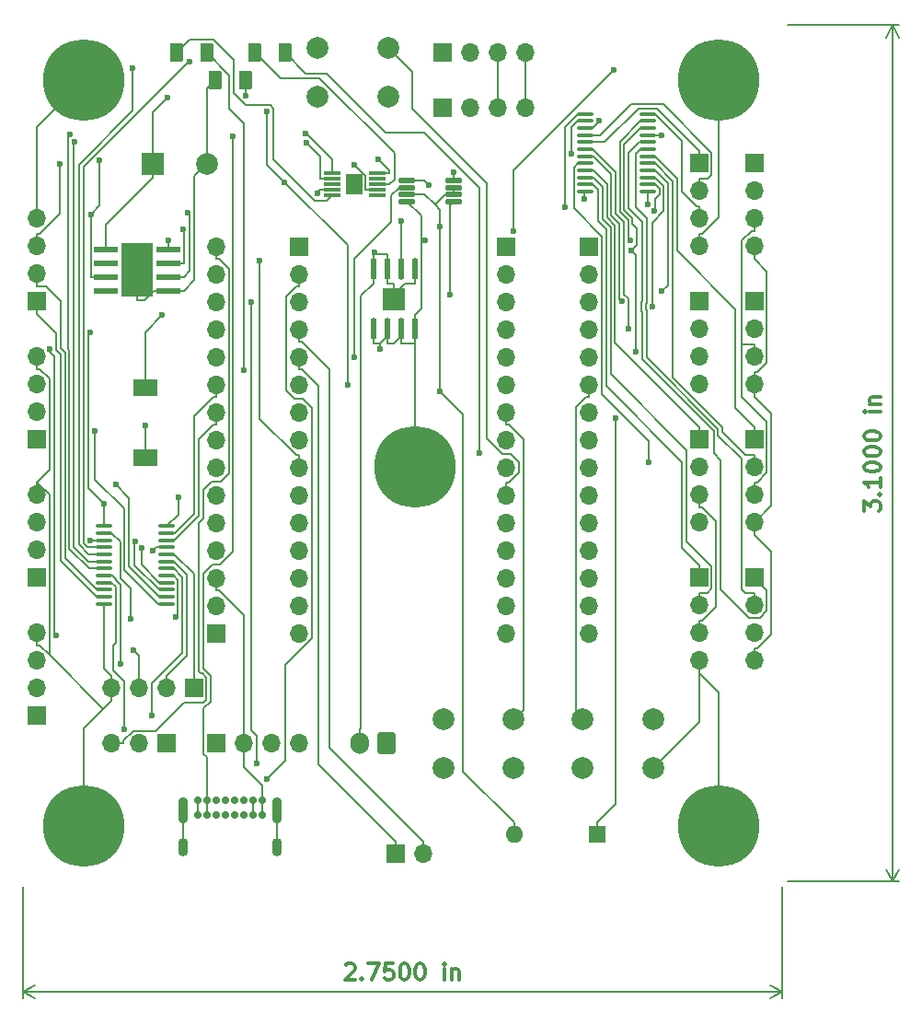
<source format=gbr>
%TF.GenerationSoftware,KiCad,Pcbnew,8.0.7*%
%TF.CreationDate,2025-01-25T22:31:14-05:00*%
%TF.ProjectId,shadow,73686164-6f77-42e6-9b69-6361645f7063,rev?*%
%TF.SameCoordinates,Original*%
%TF.FileFunction,Copper,L1,Top*%
%TF.FilePolarity,Positive*%
%FSLAX46Y46*%
G04 Gerber Fmt 4.6, Leading zero omitted, Abs format (unit mm)*
G04 Created by KiCad (PCBNEW 8.0.7) date 2025-01-25 22:31:14*
%MOMM*%
%LPD*%
G01*
G04 APERTURE LIST*
G04 Aperture macros list*
%AMRoundRect*
0 Rectangle with rounded corners*
0 $1 Rounding radius*
0 $2 $3 $4 $5 $6 $7 $8 $9 X,Y pos of 4 corners*
0 Add a 4 corners polygon primitive as box body*
4,1,4,$2,$3,$4,$5,$6,$7,$8,$9,$2,$3,0*
0 Add four circle primitives for the rounded corners*
1,1,$1+$1,$2,$3*
1,1,$1+$1,$4,$5*
1,1,$1+$1,$6,$7*
1,1,$1+$1,$8,$9*
0 Add four rect primitives between the rounded corners*
20,1,$1+$1,$2,$3,$4,$5,0*
20,1,$1+$1,$4,$5,$6,$7,0*
20,1,$1+$1,$6,$7,$8,$9,0*
20,1,$1+$1,$8,$9,$2,$3,0*%
G04 Aperture macros list end*
%ADD10C,0.300000*%
%TA.AperFunction,NonConductor*%
%ADD11C,0.300000*%
%TD*%
%TA.AperFunction,NonConductor*%
%ADD12C,0.200000*%
%TD*%
%TA.AperFunction,SMDPad,CuDef*%
%ADD13RoundRect,0.250000X-0.375000X-0.625000X0.375000X-0.625000X0.375000X0.625000X-0.375000X0.625000X0*%
%TD*%
%TA.AperFunction,ComponentPad*%
%ADD14R,1.700000X1.700000*%
%TD*%
%TA.AperFunction,ComponentPad*%
%ADD15O,1.700000X1.700000*%
%TD*%
%TA.AperFunction,ComponentPad*%
%ADD16RoundRect,0.250000X0.600000X0.750000X-0.600000X0.750000X-0.600000X-0.750000X0.600000X-0.750000X0*%
%TD*%
%TA.AperFunction,ComponentPad*%
%ADD17O,1.700000X2.000000*%
%TD*%
%TA.AperFunction,SMDPad,CuDef*%
%ADD18R,2.200000X1.500000*%
%TD*%
%TA.AperFunction,SMDPad,CuDef*%
%ADD19O,0.574000X2.038000*%
%TD*%
%TA.AperFunction,SMDPad,CuDef*%
%ADD20R,2.000000X2.000000*%
%TD*%
%TA.AperFunction,ComponentPad*%
%ADD21C,2.000000*%
%TD*%
%TA.AperFunction,SMDPad,CuDef*%
%ADD22RoundRect,0.100000X-0.637500X-0.100000X0.637500X-0.100000X0.637500X0.100000X-0.637500X0.100000X0*%
%TD*%
%TA.AperFunction,ComponentPad*%
%ADD23C,7.500000*%
%TD*%
%TA.AperFunction,SMDPad,CuDef*%
%ADD24R,1.600000X0.300000*%
%TD*%
%TA.AperFunction,SMDPad,CuDef*%
%ADD25R,1.570000X1.880000*%
%TD*%
%TA.AperFunction,ComponentPad*%
%ADD26C,0.400000*%
%TD*%
%TA.AperFunction,SMDPad,CuDef*%
%ADD27R,2.200000X0.500000*%
%TD*%
%TA.AperFunction,SMDPad,CuDef*%
%ADD28R,2.950000X4.900000*%
%TD*%
%TA.AperFunction,ComponentPad*%
%ADD29R,1.600000X1.600000*%
%TD*%
%TA.AperFunction,ComponentPad*%
%ADD30O,1.600000X1.600000*%
%TD*%
%TA.AperFunction,ComponentPad*%
%ADD31C,0.700000*%
%TD*%
%TA.AperFunction,ComponentPad*%
%ADD32O,0.900000X2.400000*%
%TD*%
%TA.AperFunction,ComponentPad*%
%ADD33O,0.900000X1.700000*%
%TD*%
%TA.AperFunction,SMDPad,CuDef*%
%ADD34RoundRect,0.060000X-0.675000X-0.180000X0.675000X-0.180000X0.675000X0.180000X-0.675000X0.180000X0*%
%TD*%
%TA.AperFunction,ComponentPad*%
%ADD35R,2.000000X2.000000*%
%TD*%
%TA.AperFunction,ViaPad*%
%ADD36C,0.600000*%
%TD*%
%TA.AperFunction,Conductor*%
%ADD37C,0.200000*%
%TD*%
G04 APERTURE END LIST*
D10*
D11*
X175965328Y-92951427D02*
X175965328Y-92022855D01*
X175965328Y-92022855D02*
X176536757Y-92522855D01*
X176536757Y-92522855D02*
X176536757Y-92308570D01*
X176536757Y-92308570D02*
X176608185Y-92165713D01*
X176608185Y-92165713D02*
X176679614Y-92094284D01*
X176679614Y-92094284D02*
X176822471Y-92022855D01*
X176822471Y-92022855D02*
X177179614Y-92022855D01*
X177179614Y-92022855D02*
X177322471Y-92094284D01*
X177322471Y-92094284D02*
X177393900Y-92165713D01*
X177393900Y-92165713D02*
X177465328Y-92308570D01*
X177465328Y-92308570D02*
X177465328Y-92737141D01*
X177465328Y-92737141D02*
X177393900Y-92879998D01*
X177393900Y-92879998D02*
X177322471Y-92951427D01*
X177322471Y-91379999D02*
X177393900Y-91308570D01*
X177393900Y-91308570D02*
X177465328Y-91379999D01*
X177465328Y-91379999D02*
X177393900Y-91451427D01*
X177393900Y-91451427D02*
X177322471Y-91379999D01*
X177322471Y-91379999D02*
X177465328Y-91379999D01*
X177465328Y-89879998D02*
X177465328Y-90737141D01*
X177465328Y-90308570D02*
X175965328Y-90308570D01*
X175965328Y-90308570D02*
X176179614Y-90451427D01*
X176179614Y-90451427D02*
X176322471Y-90594284D01*
X176322471Y-90594284D02*
X176393900Y-90737141D01*
X175965328Y-88951427D02*
X175965328Y-88808570D01*
X175965328Y-88808570D02*
X176036757Y-88665713D01*
X176036757Y-88665713D02*
X176108185Y-88594285D01*
X176108185Y-88594285D02*
X176251042Y-88522856D01*
X176251042Y-88522856D02*
X176536757Y-88451427D01*
X176536757Y-88451427D02*
X176893900Y-88451427D01*
X176893900Y-88451427D02*
X177179614Y-88522856D01*
X177179614Y-88522856D02*
X177322471Y-88594285D01*
X177322471Y-88594285D02*
X177393900Y-88665713D01*
X177393900Y-88665713D02*
X177465328Y-88808570D01*
X177465328Y-88808570D02*
X177465328Y-88951427D01*
X177465328Y-88951427D02*
X177393900Y-89094285D01*
X177393900Y-89094285D02*
X177322471Y-89165713D01*
X177322471Y-89165713D02*
X177179614Y-89237142D01*
X177179614Y-89237142D02*
X176893900Y-89308570D01*
X176893900Y-89308570D02*
X176536757Y-89308570D01*
X176536757Y-89308570D02*
X176251042Y-89237142D01*
X176251042Y-89237142D02*
X176108185Y-89165713D01*
X176108185Y-89165713D02*
X176036757Y-89094285D01*
X176036757Y-89094285D02*
X175965328Y-88951427D01*
X175965328Y-87522856D02*
X175965328Y-87379999D01*
X175965328Y-87379999D02*
X176036757Y-87237142D01*
X176036757Y-87237142D02*
X176108185Y-87165714D01*
X176108185Y-87165714D02*
X176251042Y-87094285D01*
X176251042Y-87094285D02*
X176536757Y-87022856D01*
X176536757Y-87022856D02*
X176893900Y-87022856D01*
X176893900Y-87022856D02*
X177179614Y-87094285D01*
X177179614Y-87094285D02*
X177322471Y-87165714D01*
X177322471Y-87165714D02*
X177393900Y-87237142D01*
X177393900Y-87237142D02*
X177465328Y-87379999D01*
X177465328Y-87379999D02*
X177465328Y-87522856D01*
X177465328Y-87522856D02*
X177393900Y-87665714D01*
X177393900Y-87665714D02*
X177322471Y-87737142D01*
X177322471Y-87737142D02*
X177179614Y-87808571D01*
X177179614Y-87808571D02*
X176893900Y-87879999D01*
X176893900Y-87879999D02*
X176536757Y-87879999D01*
X176536757Y-87879999D02*
X176251042Y-87808571D01*
X176251042Y-87808571D02*
X176108185Y-87737142D01*
X176108185Y-87737142D02*
X176036757Y-87665714D01*
X176036757Y-87665714D02*
X175965328Y-87522856D01*
X175965328Y-86094285D02*
X175965328Y-85951428D01*
X175965328Y-85951428D02*
X176036757Y-85808571D01*
X176036757Y-85808571D02*
X176108185Y-85737143D01*
X176108185Y-85737143D02*
X176251042Y-85665714D01*
X176251042Y-85665714D02*
X176536757Y-85594285D01*
X176536757Y-85594285D02*
X176893900Y-85594285D01*
X176893900Y-85594285D02*
X177179614Y-85665714D01*
X177179614Y-85665714D02*
X177322471Y-85737143D01*
X177322471Y-85737143D02*
X177393900Y-85808571D01*
X177393900Y-85808571D02*
X177465328Y-85951428D01*
X177465328Y-85951428D02*
X177465328Y-86094285D01*
X177465328Y-86094285D02*
X177393900Y-86237143D01*
X177393900Y-86237143D02*
X177322471Y-86308571D01*
X177322471Y-86308571D02*
X177179614Y-86380000D01*
X177179614Y-86380000D02*
X176893900Y-86451428D01*
X176893900Y-86451428D02*
X176536757Y-86451428D01*
X176536757Y-86451428D02*
X176251042Y-86380000D01*
X176251042Y-86380000D02*
X176108185Y-86308571D01*
X176108185Y-86308571D02*
X176036757Y-86237143D01*
X176036757Y-86237143D02*
X175965328Y-86094285D01*
X177465328Y-83808572D02*
X176465328Y-83808572D01*
X175965328Y-83808572D02*
X176036757Y-83880000D01*
X176036757Y-83880000D02*
X176108185Y-83808572D01*
X176108185Y-83808572D02*
X176036757Y-83737143D01*
X176036757Y-83737143D02*
X175965328Y-83808572D01*
X175965328Y-83808572D02*
X176108185Y-83808572D01*
X176465328Y-83094286D02*
X177465328Y-83094286D01*
X176608185Y-83094286D02*
X176536757Y-83022857D01*
X176536757Y-83022857D02*
X176465328Y-82880000D01*
X176465328Y-82880000D02*
X176465328Y-82665714D01*
X176465328Y-82665714D02*
X176536757Y-82522857D01*
X176536757Y-82522857D02*
X176679614Y-82451429D01*
X176679614Y-82451429D02*
X177465328Y-82451429D01*
D12*
X168927000Y-48260000D02*
X179173420Y-48260000D01*
X168927000Y-127000000D02*
X179173420Y-127000000D01*
X178587000Y-48260000D02*
X178587000Y-127000000D01*
X178587000Y-48260000D02*
X178587000Y-127000000D01*
X178587000Y-48260000D02*
X179173421Y-49386504D01*
X178587000Y-48260000D02*
X178000579Y-49386504D01*
X178587000Y-127000000D02*
X178000579Y-125873496D01*
X178587000Y-127000000D02*
X179173421Y-125873496D01*
D10*
D11*
X128252001Y-134681185D02*
X128323429Y-134609757D01*
X128323429Y-134609757D02*
X128466287Y-134538328D01*
X128466287Y-134538328D02*
X128823429Y-134538328D01*
X128823429Y-134538328D02*
X128966287Y-134609757D01*
X128966287Y-134609757D02*
X129037715Y-134681185D01*
X129037715Y-134681185D02*
X129109144Y-134824042D01*
X129109144Y-134824042D02*
X129109144Y-134966900D01*
X129109144Y-134966900D02*
X129037715Y-135181185D01*
X129037715Y-135181185D02*
X128180572Y-136038328D01*
X128180572Y-136038328D02*
X129109144Y-136038328D01*
X129752000Y-135895471D02*
X129823429Y-135966900D01*
X129823429Y-135966900D02*
X129752000Y-136038328D01*
X129752000Y-136038328D02*
X129680572Y-135966900D01*
X129680572Y-135966900D02*
X129752000Y-135895471D01*
X129752000Y-135895471D02*
X129752000Y-136038328D01*
X130323429Y-134538328D02*
X131323429Y-134538328D01*
X131323429Y-134538328D02*
X130680572Y-136038328D01*
X132609143Y-134538328D02*
X131894857Y-134538328D01*
X131894857Y-134538328D02*
X131823429Y-135252614D01*
X131823429Y-135252614D02*
X131894857Y-135181185D01*
X131894857Y-135181185D02*
X132037715Y-135109757D01*
X132037715Y-135109757D02*
X132394857Y-135109757D01*
X132394857Y-135109757D02*
X132537715Y-135181185D01*
X132537715Y-135181185D02*
X132609143Y-135252614D01*
X132609143Y-135252614D02*
X132680572Y-135395471D01*
X132680572Y-135395471D02*
X132680572Y-135752614D01*
X132680572Y-135752614D02*
X132609143Y-135895471D01*
X132609143Y-135895471D02*
X132537715Y-135966900D01*
X132537715Y-135966900D02*
X132394857Y-136038328D01*
X132394857Y-136038328D02*
X132037715Y-136038328D01*
X132037715Y-136038328D02*
X131894857Y-135966900D01*
X131894857Y-135966900D02*
X131823429Y-135895471D01*
X133609143Y-134538328D02*
X133752000Y-134538328D01*
X133752000Y-134538328D02*
X133894857Y-134609757D01*
X133894857Y-134609757D02*
X133966286Y-134681185D01*
X133966286Y-134681185D02*
X134037714Y-134824042D01*
X134037714Y-134824042D02*
X134109143Y-135109757D01*
X134109143Y-135109757D02*
X134109143Y-135466900D01*
X134109143Y-135466900D02*
X134037714Y-135752614D01*
X134037714Y-135752614D02*
X133966286Y-135895471D01*
X133966286Y-135895471D02*
X133894857Y-135966900D01*
X133894857Y-135966900D02*
X133752000Y-136038328D01*
X133752000Y-136038328D02*
X133609143Y-136038328D01*
X133609143Y-136038328D02*
X133466286Y-135966900D01*
X133466286Y-135966900D02*
X133394857Y-135895471D01*
X133394857Y-135895471D02*
X133323428Y-135752614D01*
X133323428Y-135752614D02*
X133252000Y-135466900D01*
X133252000Y-135466900D02*
X133252000Y-135109757D01*
X133252000Y-135109757D02*
X133323428Y-134824042D01*
X133323428Y-134824042D02*
X133394857Y-134681185D01*
X133394857Y-134681185D02*
X133466286Y-134609757D01*
X133466286Y-134609757D02*
X133609143Y-134538328D01*
X135037714Y-134538328D02*
X135180571Y-134538328D01*
X135180571Y-134538328D02*
X135323428Y-134609757D01*
X135323428Y-134609757D02*
X135394857Y-134681185D01*
X135394857Y-134681185D02*
X135466285Y-134824042D01*
X135466285Y-134824042D02*
X135537714Y-135109757D01*
X135537714Y-135109757D02*
X135537714Y-135466900D01*
X135537714Y-135466900D02*
X135466285Y-135752614D01*
X135466285Y-135752614D02*
X135394857Y-135895471D01*
X135394857Y-135895471D02*
X135323428Y-135966900D01*
X135323428Y-135966900D02*
X135180571Y-136038328D01*
X135180571Y-136038328D02*
X135037714Y-136038328D01*
X135037714Y-136038328D02*
X134894857Y-135966900D01*
X134894857Y-135966900D02*
X134823428Y-135895471D01*
X134823428Y-135895471D02*
X134751999Y-135752614D01*
X134751999Y-135752614D02*
X134680571Y-135466900D01*
X134680571Y-135466900D02*
X134680571Y-135109757D01*
X134680571Y-135109757D02*
X134751999Y-134824042D01*
X134751999Y-134824042D02*
X134823428Y-134681185D01*
X134823428Y-134681185D02*
X134894857Y-134609757D01*
X134894857Y-134609757D02*
X135037714Y-134538328D01*
X137323427Y-136038328D02*
X137323427Y-135038328D01*
X137323427Y-134538328D02*
X137251999Y-134609757D01*
X137251999Y-134609757D02*
X137323427Y-134681185D01*
X137323427Y-134681185D02*
X137394856Y-134609757D01*
X137394856Y-134609757D02*
X137323427Y-134538328D01*
X137323427Y-134538328D02*
X137323427Y-134681185D01*
X138037713Y-135038328D02*
X138037713Y-136038328D01*
X138037713Y-135181185D02*
X138109142Y-135109757D01*
X138109142Y-135109757D02*
X138251999Y-135038328D01*
X138251999Y-135038328D02*
X138466285Y-135038328D01*
X138466285Y-135038328D02*
X138609142Y-135109757D01*
X138609142Y-135109757D02*
X138680571Y-135252614D01*
X138680571Y-135252614D02*
X138680571Y-136038328D01*
D12*
X168427000Y-127500000D02*
X168427000Y-137746420D01*
X98577000Y-127500000D02*
X98577000Y-137746420D01*
X168427000Y-137160000D02*
X98577000Y-137160000D01*
X168427000Y-137160000D02*
X98577000Y-137160000D01*
X168427000Y-137160000D02*
X167300496Y-137746421D01*
X168427000Y-137160000D02*
X167300496Y-136573579D01*
X98577000Y-137160000D02*
X99703504Y-136573579D01*
X98577000Y-137160000D02*
X99703504Y-137746421D01*
D13*
%TO.P,PG1,1,K*%
%TO.N,Net-(PG1-K)*%
X112687000Y-50800000D03*
%TO.P,PG1,2,A*%
%TO.N,Net-(PG1-A)*%
X115487000Y-50800000D03*
%TD*%
D14*
%TO.P,I2C_PINOUT7,1,Pin_1*%
%TO.N,/I2C_PINOUT7/SCL*%
X165862000Y-99060000D03*
D15*
%TO.P,I2C_PINOUT7,2,Pin_2*%
%TO.N,/I2C_PINOUT7/SDA*%
X165862000Y-101600000D03*
%TO.P,I2C_PINOUT7,3,Pin_3*%
%TO.N,VCC*%
X165862000Y-104140000D03*
%TO.P,I2C_PINOUT7,4,Pin_4*%
%TO.N,GND*%
X165862000Y-106680000D03*
%TD*%
D14*
%TO.P,I2C_PINOUT9,1,Pin_1*%
%TO.N,/I2C_PINOUT9/SCL*%
X99847000Y-86360000D03*
D15*
%TO.P,I2C_PINOUT9,2,Pin_2*%
%TO.N,/I2C_PINOUT9/SDA*%
X99847000Y-83820000D03*
%TO.P,I2C_PINOUT9,3,Pin_3*%
%TO.N,VCC*%
X99847000Y-81280000D03*
%TO.P,I2C_PINOUT9,4,Pin_4*%
%TO.N,GND*%
X99847000Y-78740000D03*
%TD*%
D16*
%TO.P,BATT_JST1,1,Pin_1*%
%TO.N,/battery/BAT+*%
X132040000Y-114300000D03*
D17*
%TO.P,BATT_JST1,2,Pin_2*%
%TO.N,/battery/BAT-*%
X129540000Y-114300000D03*
%TD*%
D14*
%TO.P,I2C_PINOUT10,1,Pin_1*%
%TO.N,/I2C_PINOUT10/SCL*%
X99847000Y-99060000D03*
D15*
%TO.P,I2C_PINOUT10,2,Pin_2*%
%TO.N,/I2C_PINOUT10/SDA*%
X99847000Y-96520000D03*
%TO.P,I2C_PINOUT10,3,Pin_3*%
%TO.N,VCC*%
X99847000Y-93980000D03*
%TO.P,I2C_PINOUT10,4,Pin_4*%
%TO.N,GND*%
X99847000Y-91440000D03*
%TD*%
D14*
%TO.P,I2C_PINOUT8,1,Pin_1*%
%TO.N,/I2C_PINOUT8/SCL*%
X99847000Y-73660000D03*
D15*
%TO.P,I2C_PINOUT8,2,Pin_2*%
%TO.N,/I2C_PINOUT8/SDA*%
X99847000Y-71120000D03*
%TO.P,I2C_PINOUT8,3,Pin_3*%
%TO.N,VCC*%
X99847000Y-68580000D03*
%TO.P,I2C_PINOUT8,4,Pin_4*%
%TO.N,GND*%
X99847000Y-66040000D03*
%TD*%
D14*
%TO.P,I2C_PINOUT0,1,Pin_1*%
%TO.N,/I2C_PINOUT/SCL*%
X160782000Y-60960000D03*
D15*
%TO.P,I2C_PINOUT0,2,Pin_2*%
%TO.N,/I2C_PINOUT/SDA*%
X160782000Y-63500000D03*
%TO.P,I2C_PINOUT0,3,Pin_3*%
%TO.N,VCC*%
X160782000Y-66040000D03*
%TO.P,I2C_PINOUT0,4,Pin_4*%
%TO.N,GND*%
X160782000Y-68580000D03*
%TD*%
D14*
%TO.P,I2C_PINOUT12,1,Pin_1*%
%TO.N,/I2C_PINOUT12/SCL*%
X114300000Y-109220000D03*
D15*
%TO.P,I2C_PINOUT12,2,Pin_2*%
%TO.N,/I2C_PINOUT12/SDA*%
X111760000Y-109220000D03*
%TO.P,I2C_PINOUT12,3,Pin_3*%
%TO.N,VCC*%
X109220000Y-109220000D03*
%TO.P,I2C_PINOUT12,4,Pin_4*%
%TO.N,GND*%
X106680000Y-109220000D03*
%TD*%
D18*
%TO.P,L1,1,1*%
%TO.N,Net-(SW3-B)*%
X109829600Y-88010600D03*
%TO.P,L1,2,2*%
%TO.N,Net-(D1-A)*%
X109829600Y-81610600D03*
%TD*%
D14*
%TO.P,UART1,1,Pin_1*%
%TO.N,/GPIO2*%
X111760000Y-114300000D03*
D15*
%TO.P,UART1,2,Pin_2*%
%TO.N,/GPIO1*%
X109220000Y-114300000D03*
%TO.P,UART1,3,Pin_3*%
%TO.N,/GPIO0*%
X106680000Y-114300000D03*
%TD*%
D14*
%TO.P,I2C_PINOUT2,1,Pin_1*%
%TO.N,/I2C_PINOUT2/SCL*%
X160782000Y-86360000D03*
D15*
%TO.P,I2C_PINOUT2,2,Pin_2*%
%TO.N,/I2C_PINOUT2/SDA*%
X160782000Y-88900000D03*
%TO.P,I2C_PINOUT2,3,Pin_3*%
%TO.N,VCC*%
X160782000Y-91440000D03*
%TO.P,I2C_PINOUT2,4,Pin_4*%
%TO.N,GND*%
X160782000Y-93980000D03*
%TD*%
D19*
%TO.P,IC2,1,VM*%
%TO.N,GND*%
X130810000Y-76200000D03*
%TO.P,IC2,2,VM*%
X132080000Y-76200000D03*
%TO.P,IC2,3,VM*%
X133350000Y-76200000D03*
%TO.P,IC2,4,VM*%
X134620000Y-76200000D03*
%TO.P,IC2,5,GND*%
%TO.N,/battery/BAT-*%
X134620000Y-70662000D03*
%TO.P,IC2,6,VDD*%
%TO.N,Net-(IC2-VDD)*%
X133350000Y-70662000D03*
%TO.P,IC2,7,GND*%
%TO.N,/battery/BAT-*%
X132080000Y-70662000D03*
%TO.P,IC2,8,GND*%
X130810000Y-70662000D03*
D20*
%TO.P,IC2,9,EPAD*%
X132715000Y-73431000D03*
%TD*%
D21*
%TO.P,SW2,1,1*%
%TO.N,/GPIO24*%
X150087000Y-112050000D03*
X156587000Y-112050000D03*
%TO.P,SW2,2,2*%
%TO.N,GND*%
X150087000Y-116550000D03*
X156587000Y-116550000D03*
%TD*%
D22*
%TO.P,U2,1,A0*%
%TO.N,Net-(JP8-B)*%
X150324500Y-56410000D03*
%TO.P,U2,2,A1*%
%TO.N,Net-(JP7-B)*%
X150324500Y-57060000D03*
%TO.P,U2,3,~{RESET}*%
%TO.N,Net-(U2-~{RESET})*%
X150324500Y-57710000D03*
%TO.P,U2,4,SD0*%
%TO.N,/I2C_PINOUT/SDA*%
X150324500Y-58360000D03*
%TO.P,U2,5,SC0*%
%TO.N,/I2C_PINOUT/SCL*%
X150324500Y-59010000D03*
%TO.P,U2,6,SD1*%
%TO.N,/I2C_PINOUT1/SDA*%
X150324500Y-59660000D03*
%TO.P,U2,7,SC1*%
%TO.N,/I2C_PINOUT1/SCL*%
X150324500Y-60310000D03*
%TO.P,U2,8,SD2*%
%TO.N,/I2C_PINOUT2/SDA*%
X150324500Y-60960000D03*
%TO.P,U2,9,SC2*%
%TO.N,/I2C_PINOUT2/SCL*%
X150324500Y-61610000D03*
%TO.P,U2,10,SD3*%
%TO.N,/I2C_PINOUT3/SDA*%
X150324500Y-62260000D03*
%TO.P,U2,11,SC3*%
%TO.N,/I2C_PINOUT3/SCL*%
X150324500Y-62910000D03*
%TO.P,U2,12,GND*%
%TO.N,GND*%
X150324500Y-63560000D03*
%TO.P,U2,13,SD4*%
%TO.N,/I2C_PINOUT4/SDA*%
X156049500Y-63560000D03*
%TO.P,U2,14,SC4*%
%TO.N,/I2C_PINOUT4/SCL*%
X156049500Y-62910000D03*
%TO.P,U2,15,SD5*%
%TO.N,/I2C_PINOUT5/SDA*%
X156049500Y-62260000D03*
%TO.P,U2,16,SC5*%
%TO.N,/I2C_PINOUT5/SCL*%
X156049500Y-61610000D03*
%TO.P,U2,17,SD6*%
%TO.N,/I2C_PINOUT6/SDA*%
X156049500Y-60960000D03*
%TO.P,U2,18,SC6*%
%TO.N,/I2C_PINOUT6/SCL*%
X156049500Y-60310000D03*
%TO.P,U2,19,SD7*%
%TO.N,/I2C_PINOUT7/SDA*%
X156049500Y-59660000D03*
%TO.P,U2,20,SC7*%
%TO.N,/I2C_PINOUT7/SCL*%
X156049500Y-59010000D03*
%TO.P,U2,21,A2*%
%TO.N,Net-(JP6-A)*%
X156049500Y-58360000D03*
%TO.P,U2,22,SCL*%
%TO.N,/GPIO9*%
X156049500Y-57710000D03*
%TO.P,U2,23,SDA*%
%TO.N,/GPIO8*%
X156049500Y-57060000D03*
%TO.P,U2,24,VCC*%
%TO.N,VCC*%
X156049500Y-56410000D03*
%TD*%
D14*
%TO.P,PICO_R1,1,Pin_1*%
%TO.N,/GPIO29*%
X143027000Y-68610000D03*
D15*
%TO.P,PICO_R1,2,Pin_2*%
%TO.N,/GPIO28*%
X143027000Y-71150000D03*
%TO.P,PICO_R1,3,Pin_3*%
%TO.N,/GPIO27*%
X143027000Y-73690000D03*
%TO.P,PICO_R1,4,Pin_4*%
%TO.N,/GPIO26*%
X143027000Y-76230000D03*
%TO.P,PICO_R1,5,Pin_5*%
%TO.N,/GPIO25*%
X143027000Y-78770000D03*
%TO.P,PICO_R1,6,Pin_6*%
%TO.N,/GPIO24*%
X143027000Y-81310000D03*
%TO.P,PICO_R1,7,Pin_7*%
%TO.N,/GPIO23*%
X143027000Y-83850000D03*
%TO.P,PICO_R1,8,Pin_8*%
%TO.N,/GPIO22*%
X143027000Y-86390000D03*
%TO.P,PICO_R1,9,Pin_9*%
%TO.N,/GPIO21*%
X143027000Y-88930000D03*
%TO.P,PICO_R1,10,Pin_10*%
%TO.N,/GPIO20*%
X143027000Y-91470000D03*
%TO.P,PICO_R1,11,Pin_11*%
%TO.N,/GPIO19*%
X143027000Y-94010000D03*
%TO.P,PICO_R1,12,Pin_12*%
%TO.N,/GPIO18*%
X143027000Y-96550000D03*
%TO.P,PICO_R1,13,Pin_13*%
%TO.N,GND*%
X143027000Y-99090000D03*
%TO.P,PICO_R1,14,Pin_14*%
%TO.N,VCC*%
X143027000Y-101630000D03*
%TO.P,PICO_R1,15,Pin_15*%
%TO.N,/GPIO15*%
X143027000Y-104170000D03*
%TD*%
D21*
%TO.P,RST_SW1,1,1*%
%TO.N,/GPIO20*%
X125680000Y-50328000D03*
X132180000Y-50328000D03*
%TO.P,RST_SW1,2,2*%
%TO.N,GND*%
X125680000Y-54828000D03*
X132180000Y-54828000D03*
%TD*%
D23*
%TO.P,H4,1,1*%
%TO.N,GND*%
X104140000Y-121920000D03*
%TD*%
D14*
%TO.P,OLED_CONN1,1,Pin_1*%
%TO.N,VCC*%
X116367000Y-114300000D03*
D15*
%TO.P,OLED_CONN1,2,Pin_2*%
%TO.N,GND*%
X118907000Y-114300000D03*
%TO.P,OLED_CONN1,3,Pin_3*%
%TO.N,/OLED_SCL*%
X121447000Y-114300000D03*
%TO.P,OLED_CONN1,4,Pin_4*%
%TO.N,/OLED_SDA*%
X123987000Y-114300000D03*
%TD*%
D23*
%TO.P,H5,1,1*%
%TO.N,GND*%
X162560000Y-121920000D03*
%TD*%
D22*
%TO.P,U1,1,A0*%
%TO.N,Net-(JP5-B)*%
X106052700Y-94316600D03*
%TO.P,U1,2,A1*%
%TO.N,Net-(JP4-B)*%
X106052700Y-94966600D03*
%TO.P,U1,3,~{RESET}*%
%TO.N,Net-(U1-~{RESET})*%
X106052700Y-95616600D03*
%TO.P,U1,4,SD0*%
%TO.N,/SENSOR_SDA*%
X106052700Y-96266600D03*
%TO.P,U1,5,SC0*%
%TO.N,/SENSOR_SCL*%
X106052700Y-96916600D03*
%TO.P,U1,6,SD1*%
%TO.N,/US_SDA*%
X106052700Y-97566600D03*
%TO.P,U1,7,SC1*%
%TO.N,/US_SCL*%
X106052700Y-98216600D03*
%TO.P,U1,8,SD2*%
%TO.N,/OLED_SDA*%
X106052700Y-98866600D03*
%TO.P,U1,9,SC2*%
%TO.N,/OLED_SCL*%
X106052700Y-99516600D03*
%TO.P,U1,10,SD3*%
%TO.N,/I2C_PINOUT8/SDA*%
X106052700Y-100166600D03*
%TO.P,U1,11,SC3*%
%TO.N,/I2C_PINOUT8/SCL*%
X106052700Y-100816600D03*
%TO.P,U1,12,GND*%
%TO.N,GND*%
X106052700Y-101466600D03*
%TO.P,U1,13,SD4*%
%TO.N,/I2C_PINOUT9/SDA*%
X111777700Y-101466600D03*
%TO.P,U1,14,SC4*%
%TO.N,/I2C_PINOUT9/SCL*%
X111777700Y-100816600D03*
%TO.P,U1,15,SD5*%
%TO.N,/I2C_PINOUT10/SDA*%
X111777700Y-100166600D03*
%TO.P,U1,16,SC5*%
%TO.N,/I2C_PINOUT10/SCL*%
X111777700Y-99516600D03*
%TO.P,U1,17,SD6*%
%TO.N,/I2C_PINOUT11/SDA*%
X111777700Y-98866600D03*
%TO.P,U1,18,SC6*%
%TO.N,/I2C_PINOUT11/SCL*%
X111777700Y-98216600D03*
%TO.P,U1,19,SD7*%
%TO.N,/I2C_PINOUT12/SDA*%
X111777700Y-97566600D03*
%TO.P,U1,20,SC7*%
%TO.N,/I2C_PINOUT12/SCL*%
X111777700Y-96916600D03*
%TO.P,U1,21,A2*%
%TO.N,Net-(JP3-A)*%
X111777700Y-96266600D03*
%TO.P,U1,22,SCL*%
%TO.N,/GPIO6*%
X111777700Y-95616600D03*
%TO.P,U1,23,SDA*%
%TO.N,/GPIO5*%
X111777700Y-94966600D03*
%TO.P,U1,24,VCC*%
%TO.N,VCC*%
X111777700Y-94316600D03*
%TD*%
D14*
%TO.P,I2C_PINOUT5,1,Pin_1*%
%TO.N,/I2C_PINOUT5/SCL*%
X165862000Y-73660000D03*
D15*
%TO.P,I2C_PINOUT5,2,Pin_2*%
%TO.N,/I2C_PINOUT5/SDA*%
X165862000Y-76200000D03*
%TO.P,I2C_PINOUT5,3,Pin_3*%
%TO.N,VCC*%
X165862000Y-78740000D03*
%TO.P,I2C_PINOUT5,4,Pin_4*%
%TO.N,GND*%
X165862000Y-81280000D03*
%TD*%
D14*
%TO.P,I2C_PINOUT6,1,Pin_1*%
%TO.N,/I2C_PINOUT6/SCL*%
X165862000Y-86360000D03*
D15*
%TO.P,I2C_PINOUT6,2,Pin_2*%
%TO.N,/I2C_PINOUT6/SDA*%
X165862000Y-88900000D03*
%TO.P,I2C_PINOUT6,3,Pin_3*%
%TO.N,VCC*%
X165862000Y-91440000D03*
%TO.P,I2C_PINOUT6,4,Pin_4*%
%TO.N,GND*%
X165862000Y-93980000D03*
%TD*%
D24*
%TO.P,U3,1,IN*%
%TO.N,Net-(U3-IN)*%
X126990000Y-61865000D03*
%TO.P,U3,2,ISET*%
%TO.N,Net-(U3-ISET)*%
X126990000Y-62365000D03*
%TO.P,U3,3,VSS*%
%TO.N,GND*%
X126990000Y-62865000D03*
%TO.P,U3,4,PRETERM*%
%TO.N,Net-(U3-PRETERM)*%
X126990000Y-63365000D03*
%TO.P,U3,5,~{PG}*%
%TO.N,Net-(PG1-K)*%
X126990000Y-63865000D03*
%TO.P,U3,6*%
%TO.N,N/C*%
X131190000Y-63865000D03*
%TO.P,U3,7,ISET2*%
%TO.N,GND*%
X131190000Y-63365000D03*
%TO.P,U3,8,~{CHG}*%
%TO.N,Net-(CHG1-K)*%
X131190000Y-62865000D03*
%TO.P,U3,9,TS*%
%TO.N,Net-(U3-TS)*%
X131190000Y-62365000D03*
%TO.P,U3,10,OUT*%
%TO.N,/battery/BAT+*%
X131190000Y-61865000D03*
D25*
%TO.P,U3,11,EP*%
%TO.N,GND*%
X129090000Y-62865000D03*
D26*
%TO.P,U3,12*%
%TO.N,N/C*%
X128640000Y-62265000D03*
%TO.P,U3,13*%
X129540000Y-62265000D03*
%TO.P,U3,14*%
X129090000Y-62865000D03*
%TO.P,U3,15*%
X128640000Y-63465000D03*
%TO.P,U3,16*%
X129540000Y-63465000D03*
%TD*%
D27*
%TO.P,U5,1,GND*%
%TO.N,GND*%
X111963200Y-72669400D03*
%TO.P,U5,2,DVDT*%
%TO.N,Net-(U5-DVDT)*%
X111963200Y-71399400D03*
%TO.P,U5,3,EN/UVLO*%
%TO.N,Net-(U5-EN{slash}UVLO)*%
X111963200Y-70129400D03*
%TO.P,U5,4,IN*%
%TO.N,Net-(D1-K)*%
X111963200Y-68859400D03*
%TO.P,U5,5,OUT*%
%TO.N,VCC*%
X106213200Y-68859400D03*
%TO.P,U5,6,~{FLT}*%
%TO.N,unconnected-(U5-~{FLT}-Pad6)*%
X106213200Y-70129400D03*
%TO.P,U5,7,ILM*%
%TO.N,Net-(U5-ILM)*%
X106213200Y-71399400D03*
%TO.P,U5,8,OVCSEL*%
%TO.N,unconnected-(U5-OVCSEL-Pad8)*%
X106213200Y-72669400D03*
D28*
%TO.P,U5,9,EXP*%
%TO.N,GND*%
X109088200Y-70764400D03*
D26*
%TO.P,U5,10*%
%TO.N,N/C*%
X109738200Y-72064400D03*
%TO.P,U5,11*%
X108438200Y-72064400D03*
%TO.P,U5,12*%
X109738200Y-70764400D03*
%TO.P,U5,13*%
X108438200Y-70764400D03*
%TO.P,U5,14*%
X109738200Y-69464400D03*
%TO.P,U5,15*%
X108438200Y-69464400D03*
%TD*%
D14*
%TO.P,MOTOR_CONN1,1,Pin_1*%
%TO.N,/GPIO4*%
X132867000Y-124460000D03*
D15*
%TO.P,MOTOR_CONN1,2,Pin_2*%
%TO.N,/GPIO3*%
X135407000Y-124460000D03*
%TD*%
D21*
%TO.P,SW1,1,1*%
%TO.N,/GPIO23*%
X137237000Y-112050000D03*
X143737000Y-112050000D03*
%TO.P,SW1,2,2*%
%TO.N,GND*%
X137237000Y-116550000D03*
X143737000Y-116550000D03*
%TD*%
D23*
%TO.P,H1,1,1*%
%TO.N,GND*%
X104140000Y-53340000D03*
%TD*%
D14*
%TO.P,US1,1,Pin_1*%
%TO.N,/US_SDA*%
X137160000Y-55855000D03*
D15*
%TO.P,US1,2,Pin_2*%
%TO.N,/US_SCL*%
X139700000Y-55855000D03*
%TO.P,US1,3,Pin_3*%
%TO.N,VCC*%
X142240000Y-55855000D03*
%TO.P,US1,4,Pin_4*%
%TO.N,GND*%
X144780000Y-55855000D03*
%TD*%
D29*
%TO.P,SW3,1,A*%
%TO.N,/battery/BAT+*%
X151384000Y-122682000D03*
D30*
%TO.P,SW3,2,B*%
%TO.N,Net-(SW3-B)*%
X143764000Y-122682000D03*
%TD*%
D31*
%TO.P,J1,A1,GND*%
%TO.N,GND*%
X114627000Y-119495200D03*
%TO.P,J1,A4,VBUS*%
%TO.N,Net-(U3-IN)*%
X115477000Y-119495200D03*
%TO.P,J1,A5,CC1*%
%TO.N,unconnected-(J1-CC1-PadA5)*%
X116327000Y-119495200D03*
%TO.P,J1,A6,D+*%
%TO.N,unconnected-(J1-D+-PadA6)*%
X117177000Y-119495200D03*
%TO.P,J1,A7,D-*%
%TO.N,unconnected-(J1-D--PadA7)*%
X118027000Y-119495200D03*
%TO.P,J1,A8,SBU1*%
%TO.N,unconnected-(J1-SBU1-PadA8)*%
X118877000Y-119495200D03*
%TO.P,J1,A9,VBUS*%
%TO.N,Net-(U3-IN)*%
X119727000Y-119495200D03*
%TO.P,J1,A12,GND*%
%TO.N,GND*%
X120577000Y-119495200D03*
%TO.P,J1,B1,GND*%
X120577000Y-120845200D03*
%TO.P,J1,B4,VBUS*%
%TO.N,Net-(U3-IN)*%
X119727000Y-120845200D03*
%TO.P,J1,B5,CC2*%
%TO.N,unconnected-(J1-CC2-PadB5)*%
X118877000Y-120845200D03*
%TO.P,J1,B6,D+*%
%TO.N,unconnected-(J1-D+-PadB6)*%
X118027000Y-120845200D03*
%TO.P,J1,B7,D-*%
%TO.N,unconnected-(J1-D--PadB7)*%
X117177000Y-120845200D03*
%TO.P,J1,B8,SBU2*%
%TO.N,unconnected-(J1-SBU2-PadB8)*%
X116327000Y-120845200D03*
%TO.P,J1,B9,VBUS*%
%TO.N,Net-(U3-IN)*%
X115477000Y-120845200D03*
%TO.P,J1,B12,GND*%
%TO.N,GND*%
X114627000Y-120845200D03*
D32*
%TO.P,J1,S1,SHIELD*%
%TO.N,Net-(J1-SHIELD)*%
X113277000Y-120475200D03*
D33*
X113277000Y-123855200D03*
D32*
X121927000Y-120475200D03*
D33*
X121927000Y-123855200D03*
%TD*%
D14*
%TO.P,GPIO_L1,1,Pin_1*%
%TO.N,/GPIO14*%
X116357000Y-104170000D03*
D15*
%TO.P,GPIO_L1,2,Pin_2*%
%TO.N,/GPIO13*%
X116357000Y-101630000D03*
%TO.P,GPIO_L1,3,Pin_3*%
%TO.N,GND*%
X116357000Y-99090000D03*
%TO.P,GPIO_L1,4,Pin_4*%
%TO.N,/GPIO11*%
X116357000Y-96550000D03*
%TO.P,GPIO_L1,5,Pin_5*%
%TO.N,/GPIO10*%
X116357000Y-94010000D03*
%TO.P,GPIO_L1,6,Pin_6*%
%TO.N,/GPIO9*%
X116357000Y-91470000D03*
%TO.P,GPIO_L1,7,Pin_7*%
%TO.N,/GPIO8*%
X116357000Y-88930000D03*
%TO.P,GPIO_L1,8,Pin_8*%
%TO.N,/GPIO7*%
X116357000Y-86390000D03*
%TO.P,GPIO_L1,9,Pin_9*%
%TO.N,/GPIO6*%
X116357000Y-83850000D03*
%TO.P,GPIO_L1,10,Pin_10*%
%TO.N,/GPIO5*%
X116357000Y-81310000D03*
%TO.P,GPIO_L1,11,Pin_11*%
%TO.N,/GPIO4*%
X116357000Y-78770000D03*
%TO.P,GPIO_L1,12,Pin_12*%
%TO.N,/GPIO3*%
X116357000Y-76230000D03*
%TO.P,GPIO_L1,13,Pin_13*%
%TO.N,/GPIO2*%
X116357000Y-73690000D03*
%TO.P,GPIO_L1,14,Pin_14*%
%TO.N,/GPIO1*%
X116357000Y-71150000D03*
%TO.P,GPIO_L1,15,Pin_15*%
%TO.N,/GPIO0*%
X116357000Y-68610000D03*
%TD*%
D14*
%TO.P,I2C_PINOUT4,1,Pin_1*%
%TO.N,/I2C_PINOUT4/SCL*%
X165862000Y-60960000D03*
D15*
%TO.P,I2C_PINOUT4,2,Pin_2*%
%TO.N,/I2C_PINOUT4/SDA*%
X165862000Y-63500000D03*
%TO.P,I2C_PINOUT4,3,Pin_3*%
%TO.N,VCC*%
X165862000Y-66040000D03*
%TO.P,I2C_PINOUT4,4,Pin_4*%
%TO.N,GND*%
X165862000Y-68580000D03*
%TD*%
D23*
%TO.P,H3,1,1*%
%TO.N,GND*%
X134620000Y-88900000D03*
%TD*%
D13*
%TO.P,12V1,1,K*%
%TO.N,GND*%
X116227000Y-53340000D03*
%TO.P,12V1,2,A*%
%TO.N,Net-(12V1-A)*%
X119027000Y-53340000D03*
%TD*%
D14*
%TO.P,I2C_PINOUT1,1,Pin_1*%
%TO.N,/I2C_PINOUT1/SCL*%
X160807000Y-73660000D03*
D15*
%TO.P,I2C_PINOUT1,2,Pin_2*%
%TO.N,/I2C_PINOUT1/SDA*%
X160807000Y-76200000D03*
%TO.P,I2C_PINOUT1,3,Pin_3*%
%TO.N,VCC*%
X160807000Y-78740000D03*
%TO.P,I2C_PINOUT1,4,Pin_4*%
%TO.N,GND*%
X160807000Y-81280000D03*
%TD*%
D14*
%TO.P,PICO_L1,1,Pin_1*%
%TO.N,/GPIO0*%
X123977000Y-68610000D03*
D15*
%TO.P,PICO_L1,2,Pin_2*%
%TO.N,/GPIO1*%
X123977000Y-71150000D03*
%TO.P,PICO_L1,3,Pin_3*%
%TO.N,/GPIO2*%
X123977000Y-73690000D03*
%TO.P,PICO_L1,4,Pin_4*%
%TO.N,/GPIO3*%
X123977000Y-76230000D03*
%TO.P,PICO_L1,5,Pin_5*%
%TO.N,/GPIO4*%
X123977000Y-78770000D03*
%TO.P,PICO_L1,6,Pin_6*%
%TO.N,/GPIO5*%
X123977000Y-81310000D03*
%TO.P,PICO_L1,7,Pin_7*%
%TO.N,/GPIO6*%
X123977000Y-83850000D03*
%TO.P,PICO_L1,8,Pin_8*%
%TO.N,/GPIO7*%
X123977000Y-86390000D03*
%TO.P,PICO_L1,9,Pin_9*%
%TO.N,/GPIO8*%
X123977000Y-88930000D03*
%TO.P,PICO_L1,10,Pin_10*%
%TO.N,/GPIO9*%
X123977000Y-91470000D03*
%TO.P,PICO_L1,11,Pin_11*%
%TO.N,/GPIO10*%
X123977000Y-94010000D03*
%TO.P,PICO_L1,12,Pin_12*%
%TO.N,/GPIO11*%
X123977000Y-96550000D03*
%TO.P,PICO_L1,13,Pin_13*%
%TO.N,GND*%
X123977000Y-99090000D03*
%TO.P,PICO_L1,14,Pin_14*%
%TO.N,/GPIO13*%
X123977000Y-101630000D03*
%TO.P,PICO_L1,15,Pin_15*%
%TO.N,/GPIO14*%
X123977000Y-104170000D03*
%TD*%
D23*
%TO.P,H2,1,1*%
%TO.N,GND*%
X162560000Y-53340000D03*
%TD*%
D14*
%TO.P,I2C_PINOUT11,1,Pin_1*%
%TO.N,/I2C_PINOUT11/SCL*%
X99847000Y-111760000D03*
D15*
%TO.P,I2C_PINOUT11,2,Pin_2*%
%TO.N,/I2C_PINOUT11/SDA*%
X99847000Y-109220000D03*
%TO.P,I2C_PINOUT11,3,Pin_3*%
%TO.N,VCC*%
X99847000Y-106680000D03*
%TO.P,I2C_PINOUT11,4,Pin_4*%
%TO.N,GND*%
X99847000Y-104140000D03*
%TD*%
D34*
%TO.P,U4,1,COMP*%
%TO.N,Net-(U4-COMP)*%
X133892000Y-62525000D03*
%TO.P,U4,2,FB*%
%TO.N,Net-(U4-FB)*%
X133892000Y-63175000D03*
%TO.P,U4,3,EN*%
%TO.N,Net-(SW3-B)*%
X133892000Y-63825000D03*
%TO.P,U4,4,PGND*%
%TO.N,GND*%
X133892000Y-64475000D03*
%TO.P,U4,5,SW*%
%TO.N,Net-(D1-A)*%
X138192000Y-64475000D03*
%TO.P,U4,6,IN*%
%TO.N,Net-(SW3-B)*%
X138192000Y-63825000D03*
%TO.P,U4,7,FREQ*%
X138192000Y-63175000D03*
%TO.P,U4,8,SS*%
%TO.N,Net-(U4-SS)*%
X138192000Y-62525000D03*
%TD*%
D14*
%TO.P,GPIO_R1,1,Pin_1*%
%TO.N,/GPIO29*%
X150647000Y-68610000D03*
D15*
%TO.P,GPIO_R1,2,Pin_2*%
%TO.N,/GPIO28*%
X150647000Y-71150000D03*
%TO.P,GPIO_R1,3,Pin_3*%
%TO.N,/GPIO27*%
X150647000Y-73690000D03*
%TO.P,GPIO_R1,4,Pin_4*%
%TO.N,/GPIO26*%
X150647000Y-76230000D03*
%TO.P,GPIO_R1,5,Pin_5*%
%TO.N,/GPIO25*%
X150647000Y-78770000D03*
%TO.P,GPIO_R1,6,Pin_6*%
%TO.N,/GPIO24*%
X150647000Y-81310000D03*
%TO.P,GPIO_R1,7,Pin_7*%
%TO.N,/GPIO23*%
X150647000Y-83850000D03*
%TO.P,GPIO_R1,8,Pin_8*%
%TO.N,/GPIO22*%
X150647000Y-86390000D03*
%TO.P,GPIO_R1,9,Pin_9*%
%TO.N,/GPIO21*%
X150647000Y-88930000D03*
%TO.P,GPIO_R1,10,Pin_10*%
%TO.N,/GPIO20*%
X150647000Y-91470000D03*
%TO.P,GPIO_R1,11,Pin_11*%
%TO.N,/GPIO19*%
X150647000Y-94010000D03*
%TO.P,GPIO_R1,12,Pin_12*%
%TO.N,/GPIO18*%
X150647000Y-96550000D03*
%TO.P,GPIO_R1,13,Pin_13*%
%TO.N,GND*%
X150647000Y-99090000D03*
%TO.P,GPIO_R1,14,Pin_14*%
%TO.N,VCC*%
X150647000Y-101630000D03*
%TO.P,GPIO_R1,15,Pin_15*%
%TO.N,/GPIO15*%
X150647000Y-104170000D03*
%TD*%
D13*
%TO.P,CHG1,1,K*%
%TO.N,Net-(CHG1-K)*%
X119907000Y-50800000D03*
%TO.P,CHG1,2,A*%
%TO.N,Net-(CHG1-A)*%
X122707000Y-50800000D03*
%TD*%
D14*
%TO.P,I2C_PINOUT3,1,Pin_1*%
%TO.N,/I2C_PINOUT3/SCL*%
X160782000Y-99060000D03*
D15*
%TO.P,I2C_PINOUT3,2,Pin_2*%
%TO.N,/I2C_PINOUT3/SDA*%
X160782000Y-101600000D03*
%TO.P,I2C_PINOUT3,3,Pin_3*%
%TO.N,VCC*%
X160782000Y-104140000D03*
%TO.P,I2C_PINOUT3,4,Pin_4*%
%TO.N,GND*%
X160782000Y-106680000D03*
%TD*%
D14*
%TO.P,ARR1,1,Pin_1*%
%TO.N,/SENSOR_SDA*%
X137160000Y-50800000D03*
D15*
%TO.P,ARR1,2,Pin_2*%
%TO.N,/SENSOR_SCL*%
X139700000Y-50800000D03*
%TO.P,ARR1,3,Pin_3*%
%TO.N,VCC*%
X142240000Y-50800000D03*
%TO.P,ARR1,4,Pin_4*%
%TO.N,GND*%
X144780000Y-50800000D03*
%TD*%
D35*
%TO.P,C13,1*%
%TO.N,VCC*%
X110493800Y-60985400D03*
D21*
%TO.P,C13,2*%
%TO.N,GND*%
X115493800Y-60985400D03*
%TD*%
D36*
%TO.N,GND*%
X135580500Y-68034600D03*
X129090500Y-61102800D03*
X150188400Y-64268900D03*
X131417700Y-78004800D03*
%TO.N,Net-(SW3-B)*%
X136939100Y-81919100D03*
X109829600Y-85022800D03*
X136939100Y-66786100D03*
X143718400Y-67223000D03*
X152907300Y-52386800D03*
%TO.N,Net-(U4-FB)*%
X129046300Y-78815300D03*
%TO.N,Net-(U4-COMP)*%
X135952000Y-62992000D03*
%TO.N,Net-(U5-EN{slash}UVLO)*%
X113330500Y-66997900D03*
%TO.N,Net-(D1-K)*%
X111963200Y-67997600D03*
%TO.N,Net-(D1-A)*%
X137880800Y-73034900D03*
X111391500Y-74935900D03*
%TO.N,Net-(U5-ILM)*%
X104811500Y-65629000D03*
X105596600Y-60640400D03*
%TO.N,Net-(12V1-A)*%
X119027000Y-54727000D03*
%TO.N,Net-(U4-SS)*%
X138192000Y-61774800D03*
%TO.N,Net-(JP6-A)*%
X157294500Y-58384300D03*
%TO.N,Net-(JP5-B)*%
X104749100Y-76516100D03*
X106052700Y-92280300D03*
X101029200Y-77998800D03*
X101653200Y-104394000D03*
%TO.N,Net-(JP4-B)*%
X108438300Y-102853200D03*
%TO.N,Net-(JP3-A)*%
X110537500Y-96546200D03*
%TO.N,Net-(U1-~{RESET})*%
X104779200Y-95616600D03*
%TO.N,Net-(JP7-B)*%
X149069200Y-60096100D03*
%TO.N,Net-(JP8-B)*%
X148463200Y-65024000D03*
%TO.N,Net-(U2-~{RESET})*%
X151578500Y-57060100D03*
%TO.N,/OLED_SCL*%
X107868300Y-112990800D03*
%TO.N,/SENSOR_SDA*%
X113856900Y-51578900D03*
%TO.N,/I2C_PINOUT11/SCL*%
X110444500Y-111760000D03*
%TO.N,/I2C_PINOUT9/SDA*%
X105211600Y-85582600D03*
%TO.N,/I2C_PINOUT10/SCL*%
X109452900Y-96338000D03*
%TO.N,/I2C_PINOUT10/SDA*%
X108913800Y-95708400D03*
%TO.N,/OLED_SDA*%
X107507800Y-106965400D03*
%TO.N,/I2C_PINOUT9/SCL*%
X107091300Y-90507300D03*
%TO.N,/SENSOR_SCL*%
X108684800Y-52186700D03*
%TO.N,/I2C_PINOUT11/SDA*%
X112615100Y-102698500D03*
%TO.N,/US_SDA*%
X103342500Y-58939400D03*
%TO.N,/US_SCL*%
X102855200Y-58266800D03*
%TO.N,/I2C_PINOUT4/SCL*%
X156693000Y-65311600D03*
%TO.N,/I2C_PINOUT4/SDA*%
X156049500Y-64701500D03*
%TO.N,/GPIO8*%
X120368000Y-69880000D03*
X154456500Y-68040500D03*
%TO.N,/I2C_PINOUT2/SDA*%
X156178300Y-88415900D03*
%TO.N,/I2C_PINOUT1/SDA*%
X154254800Y-76200000D03*
%TO.N,/GPIO9*%
X154504500Y-68976800D03*
X154941500Y-78308600D03*
%TO.N,/I2C_PINOUT1/SCL*%
X153653100Y-73660000D03*
%TO.N,/I2C_PINOUT5/SCL*%
X157371700Y-72725900D03*
%TO.N,/I2C_PINOUT5/SDA*%
X156453200Y-74115800D03*
%TO.N,/GPIO1*%
X121013500Y-117564400D03*
%TO.N,/GPIO2*%
X120114400Y-116160600D03*
X119588300Y-73690000D03*
%TO.N,Net-(IC2-VDD)*%
X133350000Y-66222500D03*
%TO.N,Net-(U5-DVDT)*%
X113722400Y-65470200D03*
%TO.N,Net-(CHG1-A)*%
X140589800Y-87564200D03*
%TO.N,Net-(PG1-A)*%
X118913900Y-79976800D03*
%TO.N,Net-(U3-ISET)*%
X124612300Y-59055000D03*
%TO.N,Net-(U3-PRETERM)*%
X125664100Y-63754000D03*
%TO.N,VCC*%
X108723300Y-105737800D03*
X101933100Y-60985400D03*
X112853100Y-91694000D03*
X111837300Y-54918500D03*
%TO.N,/battery/BAT-*%
X130913700Y-69130600D03*
%TO.N,/battery/BAT+*%
X153115100Y-84337000D03*
X121042600Y-56220000D03*
X131293600Y-60590800D03*
X128444600Y-81317300D03*
X122642100Y-62676000D03*
%TO.N,Net-(U3-IN)*%
X124594900Y-58207300D03*
X117910400Y-58474400D03*
%TD*%
D37*
%TO.N,GND*%
X106052700Y-107441000D02*
X106680000Y-108068300D01*
X165862000Y-106680000D02*
X165862000Y-105528300D01*
X105937700Y-111114000D02*
X106680000Y-110371700D01*
X118907000Y-114875800D02*
X118907000Y-115451700D01*
X160782000Y-67428300D02*
X161069900Y-67428300D01*
X131190000Y-63365000D02*
X130088300Y-63365000D01*
X156587000Y-116550000D02*
X160782000Y-112355000D01*
X109088200Y-70764400D02*
X109088200Y-73516100D01*
X150324500Y-63560000D02*
X150188400Y-63696100D01*
X165862000Y-93980000D02*
X165862000Y-94014500D01*
X109714800Y-73516100D02*
X110561500Y-72669400D01*
X115493800Y-54073200D02*
X115493800Y-60985400D01*
X150188400Y-63696100D02*
X150188400Y-64268900D01*
X134620000Y-77520700D02*
X133350000Y-77520700D01*
X118907000Y-114875800D02*
X118907000Y-114300000D01*
X106680000Y-109220000D02*
X106680000Y-108068300D01*
X144780000Y-50800000D02*
X144780000Y-55855000D01*
X99847000Y-79891700D02*
X100115500Y-79891700D01*
X100115500Y-79891700D02*
X100998700Y-80774900D01*
X132080000Y-76860300D02*
X131419600Y-77520700D01*
X167013700Y-70883400D02*
X165862000Y-69731700D01*
X165862000Y-94014500D02*
X165862000Y-95131700D01*
X135208800Y-68034600D02*
X135580500Y-68034600D01*
X160782000Y-106680000D02*
X160782000Y-107831700D01*
X132080000Y-76200000D02*
X132080000Y-76860300D01*
X114627000Y-120845200D02*
X114627000Y-119495200D01*
X132689600Y-77520700D02*
X132080000Y-77520700D01*
X167013700Y-79264600D02*
X167013700Y-70883400D01*
X162560000Y-109609700D02*
X160782000Y-107831700D01*
X100998700Y-89136600D02*
X99847000Y-90288300D01*
X104140000Y-112911700D02*
X105937700Y-111114000D01*
X130088300Y-63365000D02*
X130088300Y-62100600D01*
X100998700Y-91440000D02*
X99847000Y-90288300D01*
X165862000Y-68580000D02*
X165862000Y-69731700D01*
X118907000Y-102523200D02*
X116625500Y-100241700D01*
X120577000Y-118173700D02*
X120577000Y-119495200D01*
X114335700Y-71698600D02*
X113364900Y-72669400D01*
X162560000Y-121920000D02*
X162560000Y-109609700D01*
X109088200Y-73516100D02*
X109714800Y-73516100D01*
X135208800Y-68034600D02*
X135208800Y-74290500D01*
X161069900Y-67428300D02*
X162560000Y-65938200D01*
X100115300Y-105291700D02*
X99847000Y-105291700D01*
X165862000Y-105528300D02*
X166130500Y-105528300D01*
X100998700Y-80774900D02*
X100998700Y-89136600D01*
X162560000Y-65938200D02*
X162560000Y-53340000D01*
X99847000Y-104140000D02*
X99847000Y-105291700D01*
X166150000Y-80128300D02*
X167013700Y-79264600D01*
X132080000Y-76860300D02*
X132080000Y-77520700D01*
X106052700Y-101466600D02*
X106052700Y-107441000D01*
X167423000Y-104235800D02*
X167423000Y-96692700D01*
X118907000Y-115451700D02*
X118907000Y-116503700D01*
X115493800Y-60985400D02*
X114335700Y-62143500D01*
X100998700Y-106175100D02*
X100998700Y-91440000D01*
X106680000Y-109220000D02*
X106680000Y-110371700D01*
X99847000Y-66040000D02*
X99847000Y-57633000D01*
X135208800Y-74290500D02*
X134620000Y-74879300D01*
X116357000Y-99090000D02*
X116357000Y-100241700D01*
X133350000Y-76200000D02*
X133350000Y-76860300D01*
X99847000Y-91440000D02*
X99847000Y-90288300D01*
X134620000Y-76200000D02*
X134620000Y-74879300D01*
X131417700Y-77520700D02*
X131417700Y-78004800D01*
X131417700Y-77520700D02*
X130810000Y-77520700D01*
X133892000Y-64475000D02*
X135208800Y-65791800D01*
X130810000Y-76200000D02*
X130810000Y-77520700D01*
X133350000Y-76860300D02*
X133350000Y-77520700D01*
X111963200Y-72669400D02*
X113364900Y-72669400D01*
X167423000Y-96692700D02*
X165862000Y-95131700D01*
X133350000Y-76860300D02*
X132689600Y-77520700D01*
X165862000Y-81280000D02*
X165862000Y-80128300D01*
X135208800Y-65791800D02*
X135208800Y-68034600D01*
X167420900Y-92455600D02*
X167420900Y-83990600D01*
X111363200Y-72669400D02*
X110561500Y-72669400D01*
X99847000Y-57633000D02*
X104140000Y-53340000D01*
X134620000Y-77520700D02*
X134620000Y-76200000D01*
X114335700Y-62143500D02*
X114335700Y-71698600D01*
X160782000Y-68580000D02*
X160782000Y-67428300D01*
X120577000Y-120845200D02*
X120577000Y-119495200D01*
X167420900Y-83990600D02*
X165862000Y-82431700D01*
X100998700Y-106175100D02*
X100115300Y-105291700D01*
X116625500Y-100241700D02*
X116357000Y-100241700D01*
X105937700Y-111114000D02*
X100998700Y-106175100D01*
X160782000Y-112355000D02*
X160782000Y-107831700D01*
X165862000Y-81280000D02*
X165862000Y-82431700D01*
X104140000Y-121920000D02*
X104140000Y-112911700D01*
X111363200Y-72669400D02*
X111963200Y-72669400D01*
X165862000Y-94014500D02*
X167420900Y-92455600D01*
X134620000Y-88900000D02*
X134620000Y-77520700D01*
X166130500Y-105528300D02*
X167423000Y-104235800D01*
X118907000Y-114300000D02*
X118907000Y-102523200D01*
X116227000Y-53340000D02*
X115493800Y-54073200D01*
X99847000Y-78740000D02*
X99847000Y-79891700D01*
X131419600Y-77520700D02*
X131417700Y-77520700D01*
X130088300Y-62100600D02*
X129090500Y-61102800D01*
X165862000Y-80128300D02*
X166150000Y-80128300D01*
X118907000Y-116503700D02*
X120577000Y-118173700D01*
%TO.N,Net-(SW3-B)*%
X143764000Y-122682000D02*
X143764000Y-121580300D01*
X136939100Y-65244000D02*
X136464400Y-64769300D01*
X138192000Y-63175000D02*
X138192000Y-63825000D01*
X143764000Y-121580300D02*
X139035300Y-116851600D01*
X109829600Y-88010600D02*
X109829600Y-85022800D01*
X137408700Y-63825000D02*
X138192000Y-63825000D01*
X136464400Y-64769300D02*
X137408700Y-63825000D01*
X135520100Y-63825000D02*
X133892000Y-63825000D01*
X136939100Y-66786100D02*
X136939100Y-65244000D01*
X136939100Y-66786100D02*
X136939100Y-81919100D01*
X139035300Y-84015300D02*
X136939100Y-81919100D01*
X136464400Y-64769300D02*
X135520100Y-63825000D01*
X143718400Y-61575700D02*
X143718400Y-67223000D01*
X139035300Y-116851600D02*
X139035300Y-84015300D01*
X152907300Y-52386800D02*
X143718400Y-61575700D01*
%TO.N,Net-(U4-FB)*%
X129046300Y-69762100D02*
X129046300Y-78815300D01*
X132439800Y-63898600D02*
X132439800Y-66368600D01*
X133892000Y-63175000D02*
X133163400Y-63175000D01*
X133163400Y-63175000D02*
X132439800Y-63898600D01*
X132439800Y-66368600D02*
X129046300Y-69762100D01*
%TO.N,Net-(U4-COMP)*%
X135485000Y-62525000D02*
X135952000Y-62992000D01*
X133892000Y-62525000D02*
X135485000Y-62525000D01*
%TO.N,Net-(U5-EN{slash}UVLO)*%
X113364900Y-70129400D02*
X113364900Y-67032300D01*
X113364900Y-67032300D02*
X113330500Y-66997900D01*
X111963200Y-70129400D02*
X113364900Y-70129400D01*
%TO.N,Net-(D1-K)*%
X111963200Y-68859400D02*
X111963200Y-67997600D01*
%TO.N,Net-(J1-SHIELD)*%
X121927000Y-123855200D02*
X121927000Y-120475200D01*
X113277000Y-123855200D02*
X113277000Y-120475200D01*
%TO.N,Net-(D1-A)*%
X109829600Y-81610600D02*
X109829600Y-76497800D01*
X109829600Y-76497800D02*
X111391500Y-74935900D01*
X138192000Y-64475000D02*
X137880800Y-64786200D01*
X137880800Y-64786200D02*
X137880800Y-73034900D01*
%TO.N,Net-(U5-ILM)*%
X105596600Y-64843900D02*
X105596600Y-60640400D01*
X106213200Y-71399400D02*
X104811500Y-71399400D01*
X104811500Y-65629000D02*
X105596600Y-64843900D01*
X104811500Y-71399400D02*
X104811500Y-65629000D01*
%TO.N,Net-(12V1-A)*%
X119027000Y-53340000D02*
X119027000Y-54727000D01*
%TO.N,Net-(U4-SS)*%
X138192000Y-61774800D02*
X138192000Y-62525000D01*
%TO.N,Net-(JP6-A)*%
X156073800Y-58384300D02*
X157294500Y-58384300D01*
X156049500Y-58360000D02*
X156073800Y-58384300D01*
%TO.N,Net-(JP5-B)*%
X106052700Y-94316600D02*
X106052700Y-92280300D01*
X106052700Y-92280300D02*
X104600700Y-90828300D01*
X101437100Y-104177900D02*
X101653200Y-104394000D01*
X101029200Y-77998800D02*
X101029200Y-78305500D01*
X101029200Y-78305500D02*
X101437100Y-78713400D01*
X104600700Y-76664500D02*
X104749100Y-76516100D01*
X101437100Y-78713400D02*
X101437100Y-104177900D01*
X104600700Y-90828300D02*
X104600700Y-76664500D01*
%TO.N,Net-(JP4-B)*%
X107507800Y-95742700D02*
X107507800Y-99131700D01*
X108438300Y-100062200D02*
X108438300Y-102853200D01*
X106052700Y-94966600D02*
X106731700Y-94966600D01*
X107507800Y-99131700D02*
X108438300Y-100062200D01*
X106731700Y-94966600D02*
X107507800Y-95742700D01*
%TO.N,Net-(JP3-A)*%
X111777700Y-96266600D02*
X110817100Y-96266600D01*
X110817100Y-96266600D02*
X110537500Y-96546200D01*
%TO.N,Net-(U1-~{RESET})*%
X106052700Y-95616600D02*
X104779200Y-95616600D01*
%TO.N,Net-(JP7-B)*%
X149069200Y-57641600D02*
X149069200Y-60096100D01*
X149650800Y-57060000D02*
X149069200Y-57641600D01*
X150324500Y-57060000D02*
X149650800Y-57060000D01*
%TO.N,Net-(JP8-B)*%
X150324500Y-56410000D02*
X149656300Y-56410000D01*
X149656300Y-56410000D02*
X148463200Y-57603100D01*
X148463200Y-57603100D02*
X148463200Y-65024000D01*
%TO.N,Net-(U2-~{RESET})*%
X151004700Y-57710000D02*
X150324500Y-57710000D01*
X151578500Y-57060100D02*
X151578500Y-57136200D01*
X151578500Y-57136200D02*
X151004700Y-57710000D01*
%TO.N,/OLED_SCL*%
X106875500Y-107614600D02*
X107868300Y-108607400D01*
X107104600Y-105036500D02*
X106875500Y-105265600D01*
X107868300Y-108607400D02*
X107868300Y-112990800D01*
X106875500Y-105265600D02*
X106875500Y-107614600D01*
X107104600Y-99912300D02*
X107104600Y-105036500D01*
X106708900Y-99516600D02*
X107104600Y-99912300D01*
X106052700Y-99516600D02*
X106708900Y-99516600D01*
%TO.N,/SENSOR_SDA*%
X113807300Y-51578900D02*
X113856900Y-51578900D01*
X104134600Y-61251600D02*
X113807300Y-51578900D01*
X104531400Y-96266600D02*
X104134600Y-95869800D01*
X106052700Y-96266600D02*
X104531400Y-96266600D01*
X104134600Y-95869800D02*
X104134600Y-61251600D01*
%TO.N,/I2C_PINOUT11/SCL*%
X112433900Y-98216600D02*
X113230700Y-99013400D01*
X110444500Y-108739700D02*
X110444500Y-111760000D01*
X111777700Y-98216600D02*
X112433900Y-98216600D01*
X113230700Y-99013400D02*
X113230700Y-105953500D01*
X113230700Y-105953500D02*
X110444500Y-108739700D01*
%TO.N,/I2C_PINOUT12/SCL*%
X114300000Y-98721200D02*
X114300000Y-109220000D01*
X111777700Y-96916600D02*
X112495400Y-96916600D01*
X112495400Y-96916600D02*
X114300000Y-98721200D01*
%TO.N,/I2C_PINOUT9/SDA*%
X111777700Y-101466600D02*
X111057400Y-101466600D01*
X107909500Y-98318700D02*
X107909500Y-92712300D01*
X105211600Y-90014400D02*
X105211600Y-85582600D01*
X107909500Y-92712300D02*
X105211600Y-90014400D01*
X111057400Y-101466600D02*
X107909500Y-98318700D01*
%TO.N,/I2C_PINOUT12/SDA*%
X113632400Y-98765100D02*
X112433900Y-97566600D01*
X113632400Y-106195900D02*
X113632400Y-98765100D01*
X112433900Y-97566600D02*
X111777700Y-97566600D01*
X111760000Y-109220000D02*
X111760000Y-108068300D01*
X111760000Y-108068300D02*
X113632400Y-106195900D01*
%TO.N,/I2C_PINOUT10/SCL*%
X111096400Y-99516600D02*
X109452900Y-97873100D01*
X111777700Y-99516600D02*
X111096400Y-99516600D01*
X109452900Y-97873100D02*
X109452900Y-96338000D01*
%TO.N,/GPIO6*%
X114748500Y-93342600D02*
X112474500Y-95616600D01*
X112474500Y-95616600D02*
X111777700Y-95616600D01*
X116108500Y-85001700D02*
X114748500Y-86361700D01*
X116357000Y-85001700D02*
X116108500Y-85001700D01*
X116357000Y-83850000D02*
X116357000Y-85001700D01*
X114748500Y-86361700D02*
X114748500Y-93342600D01*
%TO.N,/I2C_PINOUT10/SDA*%
X108813800Y-95808400D02*
X108913800Y-95708400D01*
X111097000Y-100166600D02*
X108813800Y-97883400D01*
X111777700Y-100166600D02*
X111097000Y-100166600D01*
X108813800Y-97883400D02*
X108813800Y-95808400D01*
%TO.N,/OLED_SDA*%
X106756700Y-98866600D02*
X107106100Y-99216000D01*
X107507800Y-99699700D02*
X107507800Y-106965400D01*
X107106100Y-99216000D02*
X107106100Y-99298000D01*
X107106100Y-99298000D02*
X107507800Y-99699700D01*
X106052700Y-98866600D02*
X106756700Y-98866600D01*
%TO.N,/I2C_PINOUT9/SCL*%
X108312000Y-98047300D02*
X108312000Y-91728000D01*
X111777700Y-100816600D02*
X111081300Y-100816600D01*
X111081300Y-100816600D02*
X108312000Y-98047300D01*
X108312000Y-91728000D02*
X107091300Y-90507300D01*
%TO.N,/I2C_PINOUT8/SDA*%
X99847000Y-71120000D02*
X99847000Y-72271700D01*
X102440400Y-78380800D02*
X102038700Y-77979100D01*
X102440400Y-97276300D02*
X102440400Y-78380800D01*
X105330700Y-100166600D02*
X102440400Y-97276300D01*
X102038700Y-73648900D02*
X100661500Y-72271700D01*
X100661500Y-72271700D02*
X99847000Y-72271700D01*
X102038700Y-77979100D02*
X102038700Y-73648900D01*
X106052700Y-100166600D02*
X105330700Y-100166600D01*
%TO.N,/SENSOR_SCL*%
X106052700Y-96916600D02*
X104611300Y-96916600D01*
X103705900Y-96011200D02*
X103705900Y-61076600D01*
X108684800Y-56097700D02*
X108684800Y-52186700D01*
X104611300Y-96916600D02*
X103705900Y-96011200D01*
X103705900Y-61076600D02*
X108684800Y-56097700D01*
%TO.N,/I2C_PINOUT8/SCL*%
X105338200Y-100816600D02*
X102038700Y-97517100D01*
X102038700Y-97517100D02*
X102038700Y-78547200D01*
X106052700Y-100816600D02*
X105338200Y-100816600D01*
X99847000Y-73660000D02*
X99847000Y-74811700D01*
X102038700Y-78547200D02*
X101637000Y-78145500D01*
X101637000Y-78145500D02*
X101637000Y-76601700D01*
X101637000Y-76601700D02*
X99847000Y-74811700D01*
%TO.N,/GPIO5*%
X116357000Y-82461700D02*
X116094400Y-82461700D01*
X116357000Y-81310000D02*
X116357000Y-82461700D01*
X112525200Y-94966600D02*
X111777700Y-94966600D01*
X116094400Y-82461700D02*
X114346800Y-84209300D01*
X114346800Y-93145000D02*
X112525200Y-94966600D01*
X114346800Y-84209300D02*
X114346800Y-93145000D01*
%TO.N,/I2C_PINOUT11/SDA*%
X111777700Y-98866600D02*
X112433900Y-98866600D01*
X112829000Y-102484600D02*
X112615100Y-102698500D01*
X112433900Y-98866600D02*
X112829000Y-99261700D01*
X112829000Y-99261700D02*
X112829000Y-102484600D01*
%TO.N,/US_SDA*%
X106052700Y-97566600D02*
X104612700Y-97566600D01*
X104612700Y-97566600D02*
X103243800Y-96197700D01*
X103243800Y-59038100D02*
X103342500Y-58939400D01*
X103243800Y-96197700D02*
X103243800Y-59038100D01*
%TO.N,/US_SCL*%
X102692900Y-58429100D02*
X102855200Y-58266800D01*
X102692900Y-78065300D02*
X102692900Y-58429100D01*
X106052700Y-98216600D02*
X104694700Y-98216600D01*
X102842100Y-78214500D02*
X102692900Y-78065300D01*
X104694700Y-98216600D02*
X102842100Y-96364000D01*
X102842100Y-96364000D02*
X102842100Y-78214500D01*
%TO.N,/I2C_PINOUT4/SCL*%
X156049500Y-62910000D02*
X156734500Y-62910000D01*
X156721100Y-65283500D02*
X156693000Y-65311600D01*
X157121300Y-63296800D02*
X157121300Y-63794400D01*
X156734500Y-62910000D02*
X157121300Y-63296800D01*
X156721100Y-64194500D02*
X156721100Y-65283500D01*
X157121300Y-63794400D02*
X156721200Y-64194500D01*
X156721200Y-64194500D02*
X156721100Y-64194500D01*
%TO.N,/I2C_PINOUT4/SDA*%
X156049500Y-63560000D02*
X156049500Y-64701500D01*
%TO.N,/GPIO8*%
X123708500Y-87778300D02*
X123977000Y-87778300D01*
X153500500Y-58949100D02*
X153500500Y-65424300D01*
X156049500Y-57060000D02*
X155389600Y-57060000D01*
X154256400Y-66683200D02*
X154256400Y-67840400D01*
X154254800Y-66681600D02*
X154256400Y-66683200D01*
X153500500Y-65424300D02*
X154254800Y-66178600D01*
X155389600Y-57060000D02*
X153500500Y-58949100D01*
X120368000Y-69880000D02*
X120368000Y-84437800D01*
X123977000Y-88930000D02*
X123977000Y-87778300D01*
X120368000Y-84437800D02*
X123708500Y-87778300D01*
X154256400Y-67840400D02*
X154456500Y-68040500D01*
X154254800Y-66178600D02*
X154254800Y-66681600D01*
%TO.N,/I2C_PINOUT3/SCL*%
X151022300Y-62910000D02*
X151492000Y-63379700D01*
X152246300Y-67010100D02*
X152246300Y-67513100D01*
X152247900Y-67514700D02*
X152247900Y-81447000D01*
X152247900Y-81447000D02*
X159228600Y-88427700D01*
X151492000Y-63379700D02*
X151492000Y-66255800D01*
X152246300Y-67513100D02*
X152247900Y-67514700D01*
X159228600Y-96354900D02*
X160782000Y-97908300D01*
X159228600Y-88427700D02*
X159228600Y-96354900D01*
X160782000Y-99060000D02*
X160782000Y-97908300D01*
X151492000Y-66255800D02*
X152246300Y-67010100D01*
X150324500Y-62910000D02*
X151022300Y-62910000D01*
%TO.N,/I2C_PINOUT2/SDA*%
X149261300Y-61326000D02*
X149261300Y-65096100D01*
X151846200Y-82177100D02*
X156178300Y-86509200D01*
X156178300Y-86509200D02*
X156178300Y-88415900D01*
X151846200Y-67681000D02*
X151846200Y-82177100D01*
X149261300Y-65096100D02*
X151846200Y-67681000D01*
X149627300Y-60960000D02*
X149261300Y-61326000D01*
X150324500Y-60960000D02*
X149627300Y-60960000D01*
%TO.N,/I2C_PINOUT1/SDA*%
X153854800Y-73010800D02*
X154254800Y-73410800D01*
X153098800Y-61761400D02*
X153098800Y-65590600D01*
X153853100Y-66847900D02*
X153854700Y-66849500D01*
X153853100Y-66344900D02*
X153853100Y-66847900D01*
X153854700Y-66849500D02*
X153854700Y-73010800D01*
X150324500Y-59660000D02*
X150997400Y-59660000D01*
X154254800Y-73410800D02*
X154254800Y-76200000D01*
X153854700Y-73010800D02*
X153854800Y-73010800D01*
X153098800Y-65590600D02*
X153853100Y-66344900D01*
X150997400Y-59660000D02*
X153098800Y-61761400D01*
%TO.N,/GPIO9*%
X154656500Y-66515300D02*
X155058200Y-66917000D01*
X154656500Y-66012300D02*
X154656500Y-66515300D01*
X155058200Y-66917000D02*
X155058200Y-68423100D01*
X153902200Y-59198400D02*
X153902200Y-65258000D01*
X156049500Y-57710000D02*
X155390600Y-57710000D01*
X155390600Y-57710000D02*
X153902200Y-59198400D01*
X154941500Y-69413800D02*
X154504500Y-68976800D01*
X153902200Y-65258000D02*
X154656500Y-66012300D01*
X154941500Y-78308600D02*
X154941500Y-69413800D01*
X155058200Y-68423100D02*
X154504500Y-68976800D01*
%TO.N,/I2C_PINOUT6/SDA*%
X158388800Y-80688700D02*
X158388800Y-62580900D01*
X156767900Y-60960000D02*
X156049500Y-60960000D01*
X165070200Y-87748300D02*
X162940300Y-85618400D01*
X165862000Y-88900000D02*
X165862000Y-87748300D01*
X162940300Y-85240200D02*
X158388800Y-80688700D01*
X158388800Y-62580900D02*
X156767900Y-60960000D01*
X165862000Y-87748300D02*
X165070200Y-87748300D01*
X162940300Y-85618400D02*
X162940300Y-85240200D01*
%TO.N,/I2C_PINOUT6/SCL*%
X165862000Y-85208300D02*
X164142200Y-83488500D01*
X156744700Y-60310000D02*
X156049500Y-60310000D01*
X164142200Y-74358500D02*
X158790500Y-69006800D01*
X165862000Y-86360000D02*
X165862000Y-85208300D01*
X158790500Y-62355800D02*
X156744700Y-60310000D01*
X164142200Y-83488500D02*
X164142200Y-74358500D01*
X158790500Y-69006800D02*
X158790500Y-62355800D01*
%TO.N,/I2C_PINOUT1/SCL*%
X153451400Y-67014200D02*
X153453000Y-67015800D01*
X153453000Y-67015800D02*
X153453000Y-73459900D01*
X150324500Y-60310000D02*
X151031100Y-60310000D01*
X152697100Y-61976000D02*
X152697100Y-65756900D01*
X151031100Y-60310000D02*
X152697100Y-61976000D01*
X153451400Y-66511200D02*
X153451400Y-67014200D01*
X153453000Y-73459900D02*
X153653100Y-73660000D01*
X152697100Y-65756900D02*
X153451400Y-66511200D01*
%TO.N,/I2C_PINOUT5/SCL*%
X157924700Y-72172900D02*
X157924700Y-62810100D01*
X156724600Y-61610000D02*
X156049500Y-61610000D01*
X157371700Y-72725900D02*
X157924700Y-72172900D01*
X157924700Y-62810100D02*
X156724600Y-61610000D01*
%TO.N,/I2C_PINOUT2/SCL*%
X152295400Y-65923200D02*
X153049700Y-66677500D01*
X153051300Y-67182100D02*
X153051300Y-77477600D01*
X160782000Y-86360000D02*
X160782000Y-85208300D01*
X153049700Y-66677500D02*
X153049700Y-67180500D01*
X153051300Y-77477600D02*
X160782000Y-85208300D01*
X152295400Y-62836400D02*
X152295400Y-65923200D01*
X150324500Y-61610000D02*
X151069000Y-61610000D01*
X151069000Y-61610000D02*
X152295400Y-62836400D01*
X153049700Y-67180500D02*
X153051300Y-67182100D01*
%TO.N,/I2C_PINOUT7/SDA*%
X155851500Y-74364900D02*
X155953400Y-74466800D01*
X162538600Y-85406500D02*
X162538600Y-85974500D01*
X156049500Y-59660000D02*
X155367900Y-59660000D01*
X155367900Y-59660000D02*
X154960600Y-60067300D01*
X154960600Y-64972800D02*
X155953400Y-65965600D01*
X155953400Y-73764800D02*
X155851500Y-73866700D01*
X165862000Y-101600000D02*
X165862000Y-100448300D01*
X155953400Y-65965600D02*
X155953400Y-73764800D01*
X154960600Y-60067300D02*
X154960600Y-64972800D01*
X155953400Y-74466800D02*
X155953400Y-78821300D01*
X164710300Y-88146200D02*
X164710300Y-100088400D01*
X155953400Y-78821300D02*
X162538600Y-85406500D01*
X164710300Y-100088400D02*
X165070200Y-100448300D01*
X155851500Y-73866700D02*
X155851500Y-74364900D01*
X165070200Y-100448300D02*
X165862000Y-100448300D01*
X162538600Y-85974500D02*
X164710300Y-88146200D01*
%TO.N,/I2C_PINOUT5/SDA*%
X156705700Y-62260000D02*
X156049500Y-62260000D01*
X156453200Y-66402300D02*
X157523000Y-65332500D01*
X156453200Y-74115800D02*
X156453200Y-66402300D01*
X157523000Y-63077300D02*
X156705700Y-62260000D01*
X157523000Y-65332500D02*
X157523000Y-63077300D01*
%TO.N,/I2C_PINOUT7/SCL*%
X155551700Y-73598500D02*
X155449800Y-73700400D01*
X167021300Y-100219300D02*
X165862000Y-99060000D01*
X166356400Y-102775000D02*
X167021300Y-102110100D01*
X162742000Y-100110600D02*
X165406400Y-102775000D01*
X162136900Y-85572800D02*
X162136900Y-87635600D01*
X162742000Y-88240700D02*
X162742000Y-100110600D01*
X155551700Y-74633100D02*
X155551700Y-78987600D01*
X165406400Y-102775000D02*
X166356400Y-102775000D01*
X154303900Y-60022300D02*
X154303900Y-65091700D01*
X162136900Y-87635600D02*
X162742000Y-88240700D01*
X156049500Y-59010000D02*
X155316200Y-59010000D01*
X155551700Y-78987600D02*
X162136900Y-85572800D01*
X155316200Y-59010000D02*
X154303900Y-60022300D01*
X167021300Y-102110100D02*
X167021300Y-100219300D01*
X154303900Y-65091700D02*
X155551700Y-66339500D01*
X155551700Y-66339500D02*
X155551700Y-73598500D01*
X155449800Y-73700400D02*
X155449800Y-74531200D01*
X155449800Y-74531200D02*
X155551700Y-74633100D01*
%TO.N,/I2C_PINOUT3/SDA*%
X151893700Y-63109100D02*
X151893700Y-66089500D01*
X152648000Y-67346800D02*
X152649600Y-67348400D01*
X151044600Y-62260000D02*
X151893700Y-63109100D01*
X159630300Y-95716200D02*
X161938600Y-98024500D01*
X152649600Y-67348400D02*
X152649600Y-80329500D01*
X159630300Y-87310200D02*
X159630300Y-95716200D01*
X152648000Y-66843800D02*
X152648000Y-67346800D01*
X151893700Y-66089500D02*
X152648000Y-66843800D01*
X161573800Y-100448300D02*
X160782000Y-100448300D01*
X161938600Y-100083500D02*
X161573800Y-100448300D01*
X152649600Y-80329500D02*
X159630300Y-87310200D01*
X161938600Y-98024500D02*
X161938600Y-100083500D01*
X150324500Y-62260000D02*
X151044600Y-62260000D01*
X160782000Y-101600000D02*
X160782000Y-100448300D01*
%TO.N,/GPIO24*%
X150647000Y-82461700D02*
X150359100Y-82461700D01*
X150647000Y-81310000D02*
X150647000Y-82461700D01*
X149459400Y-111422400D02*
X150087000Y-112050000D01*
X150359100Y-82461700D02*
X149459400Y-83361400D01*
X149459400Y-83361400D02*
X149459400Y-111422400D01*
%TO.N,/GPIO23*%
X143027000Y-85001700D02*
X143314900Y-85001700D01*
X144601600Y-86288400D02*
X144601600Y-111185400D01*
X143027000Y-83850000D02*
X143027000Y-85001700D01*
X144601600Y-111185400D02*
X143737000Y-112050000D01*
X143314900Y-85001700D02*
X144601600Y-86288400D01*
%TO.N,/GPIO20*%
X141274400Y-86272000D02*
X142662400Y-87660000D01*
X134422900Y-55951700D02*
X141274400Y-62803200D01*
X144199900Y-89413900D02*
X143295500Y-90318300D01*
X142662400Y-87660000D02*
X143419800Y-87660000D01*
X134422900Y-52570900D02*
X134422900Y-55951700D01*
X132180000Y-50328000D02*
X134422900Y-52570900D01*
X143295500Y-90318300D02*
X143027000Y-90318300D01*
X143419800Y-87660000D02*
X144199900Y-88440100D01*
X141274400Y-62803200D02*
X141274400Y-86272000D01*
X144199900Y-88440100D02*
X144199900Y-89413900D01*
X143027000Y-91470000D02*
X143027000Y-90318300D01*
%TO.N,/GPIO0*%
X114722400Y-107657100D02*
X114722400Y-94015800D01*
X110731600Y-113148300D02*
X113362500Y-110517400D01*
X114722400Y-94015800D02*
X115150200Y-93588000D01*
X113362500Y-110517400D02*
X115205000Y-110517400D01*
X106680000Y-114300000D02*
X107831700Y-114300000D01*
X114899800Y-107834500D02*
X114722400Y-107657100D01*
X115451700Y-110270700D02*
X115451700Y-108245000D01*
X108695400Y-113148300D02*
X110731600Y-113148300D01*
X115451700Y-108245000D02*
X115041200Y-107834500D01*
X115041200Y-107834500D02*
X114899800Y-107834500D01*
X116357000Y-68610000D02*
X116357000Y-69761700D01*
X116625500Y-69761700D02*
X116357000Y-69761700D01*
X115920300Y-90200000D02*
X116755800Y-90200000D01*
X117508700Y-70644900D02*
X116625500Y-69761700D01*
X115205000Y-110517400D02*
X115451700Y-110270700D01*
X115150200Y-93588000D02*
X115150200Y-90970100D01*
X107831700Y-114012000D02*
X108695400Y-113148300D01*
X116755800Y-90200000D02*
X117508700Y-89447100D01*
X117508700Y-89447100D02*
X117508700Y-70644900D01*
X115150200Y-90970100D02*
X115920300Y-90200000D01*
X107831700Y-114300000D02*
X107831700Y-114012000D01*
%TO.N,/GPIO3*%
X126796900Y-114698200D02*
X135407000Y-123308300D01*
X123977000Y-77381700D02*
X124264900Y-77381700D01*
X135407000Y-124460000D02*
X135407000Y-123308300D01*
X124264900Y-77381700D02*
X126796900Y-79913700D01*
X123977000Y-76230000D02*
X123977000Y-77381700D01*
X126796900Y-79913700D02*
X126796900Y-114698200D01*
%TO.N,/GPIO1*%
X122717000Y-107058800D02*
X122717000Y-115860900D01*
X122825300Y-73165400D02*
X122825300Y-81822400D01*
X123977000Y-72301700D02*
X123689000Y-72301700D01*
X124339000Y-82580000D02*
X125166700Y-83407700D01*
X122717000Y-115860900D02*
X121013500Y-117564400D01*
X125166700Y-104609100D02*
X122717000Y-107058800D01*
X123582900Y-82580000D02*
X124339000Y-82580000D01*
X123689000Y-72301700D02*
X122825300Y-73165400D01*
X122825300Y-81822400D02*
X123582900Y-82580000D01*
X123977000Y-71150000D02*
X123977000Y-72301700D01*
X125166700Y-83407700D02*
X125166700Y-104609100D01*
%TO.N,/GPIO4*%
X124245500Y-79921700D02*
X123977000Y-79921700D01*
X125768500Y-81444700D02*
X124245500Y-79921700D01*
X132867000Y-124460000D02*
X132867000Y-123308300D01*
X125768500Y-116209800D02*
X125768500Y-81444700D01*
X132867000Y-123308300D02*
X125768500Y-116209800D01*
X123977000Y-78770000D02*
X123977000Y-79921700D01*
%TO.N,/GPIO2*%
X119588300Y-73690000D02*
X119588300Y-113081300D01*
X120114400Y-113607400D02*
X120114400Y-116160600D01*
X119588300Y-113081300D02*
X120114400Y-113607400D01*
%TO.N,/I2C_PINOUT/SDA*%
X160782000Y-63500000D02*
X160782000Y-62348300D01*
X151679300Y-58360000D02*
X154544000Y-55495300D01*
X161933700Y-59966300D02*
X161933700Y-62011100D01*
X161933700Y-62011100D02*
X161596500Y-62348300D01*
X161596500Y-62348300D02*
X160782000Y-62348300D01*
X150324500Y-58360000D02*
X151679300Y-58360000D01*
X157462700Y-55495300D02*
X161933700Y-59966300D01*
X154544000Y-55495300D02*
X157462700Y-55495300D01*
%TO.N,/I2C_PINOUT/SCL*%
X156884000Y-55906900D02*
X160782000Y-59804900D01*
X155198500Y-55906900D02*
X156884000Y-55906900D01*
X152095400Y-59010000D02*
X155198500Y-55906900D01*
X160782000Y-59804900D02*
X160782000Y-60960000D01*
X150324500Y-59010000D02*
X152095400Y-59010000D01*
%TO.N,Net-(IC2-VDD)*%
X133350000Y-70662000D02*
X133350000Y-66222500D01*
%TO.N,Net-(U5-DVDT)*%
X113722400Y-65470200D02*
X113934000Y-65681800D01*
X113934000Y-70830300D02*
X113364900Y-71399400D01*
X113934000Y-65681800D02*
X113934000Y-70830300D01*
X111963200Y-71399400D02*
X113364900Y-71399400D01*
%TO.N,Net-(CHG1-A)*%
X126509100Y-52672500D02*
X124579500Y-52672500D01*
X140589800Y-87564200D02*
X140589800Y-63232600D01*
X140589800Y-63232600D02*
X135448700Y-58091500D01*
X131928100Y-58091500D02*
X126509100Y-52672500D01*
X135448700Y-58091500D02*
X131928100Y-58091500D01*
X124579500Y-52672500D02*
X122707000Y-50800000D01*
%TO.N,Net-(CHG1-K)*%
X122271900Y-53164900D02*
X119907000Y-50800000D01*
X125869500Y-53164900D02*
X122271900Y-53164900D01*
X131190000Y-62865000D02*
X132291700Y-62865000D01*
X132291700Y-62865000D02*
X132736300Y-62420400D01*
X132736300Y-60031700D02*
X125869500Y-53164900D01*
X132736300Y-62420400D02*
X132736300Y-60031700D01*
%TO.N,Net-(PG1-K)*%
X126475700Y-64379300D02*
X125421900Y-64379300D01*
X125421900Y-64379300D02*
X121644400Y-60601800D01*
X121644400Y-60601800D02*
X121644400Y-55930800D01*
X113888000Y-49599000D02*
X112687000Y-50800000D01*
X121644400Y-55930800D02*
X121328400Y-55614800D01*
X121328400Y-55614800D02*
X119048700Y-55614800D01*
X116097000Y-49599000D02*
X113888000Y-49599000D01*
X119048700Y-55614800D02*
X117950000Y-54516100D01*
X117950000Y-51452000D02*
X116097000Y-49599000D01*
X117950000Y-54516100D02*
X117950000Y-51452000D01*
X126990000Y-63865000D02*
X126475700Y-64379300D01*
%TO.N,Net-(PG1-A)*%
X117548300Y-55930800D02*
X118913900Y-57296400D01*
X117548300Y-52861300D02*
X117548300Y-55930800D01*
X115487000Y-50800000D02*
X117548300Y-52861300D01*
X118913900Y-57296400D02*
X118913900Y-79976800D01*
%TO.N,Net-(U3-ISET)*%
X125888300Y-60331000D02*
X124612300Y-59055000D01*
X125888300Y-62365000D02*
X125888300Y-60331000D01*
X126990000Y-62365000D02*
X125888300Y-62365000D01*
%TO.N,Net-(U3-PRETERM)*%
X125888300Y-63365000D02*
X125664100Y-63589200D01*
X125664100Y-63589200D02*
X125664100Y-63754000D01*
X126990000Y-63365000D02*
X125888300Y-63365000D01*
%TO.N,VCC*%
X162340300Y-93862100D02*
X162340300Y-101698500D01*
X109220000Y-106234500D02*
X108723300Y-105737800D01*
X160782000Y-66040000D02*
X160782000Y-64888300D01*
X161069900Y-92591700D02*
X162340300Y-93862100D01*
X111777700Y-94316600D02*
X112853100Y-93241200D01*
X160782000Y-104140000D02*
X160782000Y-102988300D01*
X165593500Y-67191700D02*
X164710300Y-68074900D01*
X160782000Y-92591700D02*
X161069900Y-92591700D01*
X164710300Y-68074900D02*
X164710300Y-77588300D01*
X167019200Y-84744300D02*
X167019200Y-89399600D01*
X159192200Y-63567000D02*
X159192200Y-58889700D01*
X165862000Y-67191700D02*
X165593500Y-67191700D01*
X160782000Y-91440000D02*
X160782000Y-92591700D01*
X99847000Y-67428300D02*
X100115500Y-67428300D01*
X159192200Y-58889700D02*
X156712500Y-56410000D01*
X156712500Y-56410000D02*
X156049500Y-56410000D01*
X111837300Y-54918500D02*
X110493800Y-56262000D01*
X110493800Y-56262000D02*
X110493800Y-60985400D01*
X164710300Y-82435400D02*
X167019200Y-84744300D01*
X100115500Y-67428300D02*
X101933100Y-65610700D01*
X101933100Y-65610700D02*
X101933100Y-60985400D01*
X99847000Y-68580000D02*
X99847000Y-67428300D01*
X165862000Y-77588300D02*
X164710300Y-77588300D01*
X166130500Y-90288300D02*
X165862000Y-90288300D01*
X112853100Y-93241200D02*
X112853100Y-91694000D01*
X161050500Y-102988300D02*
X160782000Y-102988300D01*
X167019200Y-89399600D02*
X166130500Y-90288300D01*
X110493800Y-60985400D02*
X110493800Y-62287100D01*
X165862000Y-78740000D02*
X165862000Y-77588300D01*
X162340300Y-101698500D02*
X161050500Y-102988300D01*
X165862000Y-91440000D02*
X165862000Y-90288300D01*
X160782000Y-64888300D02*
X160513500Y-64888300D01*
X160513500Y-64888300D02*
X159192200Y-63567000D01*
X165862000Y-66040000D02*
X165862000Y-67191700D01*
X109220000Y-109220000D02*
X109220000Y-106234500D01*
X106213200Y-66567700D02*
X106213200Y-68859400D01*
X164710300Y-77588300D02*
X164710300Y-82435400D01*
X110493800Y-62287100D02*
X106213200Y-66567700D01*
X142240000Y-50800000D02*
X142240000Y-55855000D01*
%TO.N,/battery/BAT-*%
X130810000Y-70662000D02*
X130810000Y-69341300D01*
X130810000Y-69341300D02*
X130810000Y-69234300D01*
X132568400Y-71982700D02*
X132080000Y-71982700D01*
X132715000Y-73363700D02*
X132715000Y-73003600D01*
X132715000Y-73003600D02*
X132715000Y-72129300D01*
X129540000Y-114300000D02*
X129540000Y-112998300D01*
X130913700Y-69130600D02*
X131124400Y-69341300D01*
X129540000Y-112998300D02*
X129648000Y-112890300D01*
X132080000Y-70662000D02*
X132080000Y-71982700D01*
X133735900Y-71982700D02*
X134620000Y-71982700D01*
X130810000Y-69234300D02*
X130913700Y-69130600D01*
X129648000Y-73144700D02*
X130810000Y-71982700D01*
X132715000Y-73363700D02*
X132715000Y-73431000D01*
X132715000Y-72129300D02*
X132568400Y-71982700D01*
X132715000Y-73003600D02*
X133735900Y-71982700D01*
X134620000Y-70662000D02*
X134620000Y-71982700D01*
X132080000Y-70662000D02*
X132080000Y-69341300D01*
X129648000Y-112890300D02*
X129648000Y-73144700D01*
X131124400Y-69341300D02*
X132080000Y-69341300D01*
X130810000Y-70662000D02*
X130810000Y-71982700D01*
%TO.N,/battery/BAT+*%
X131190000Y-61865000D02*
X132291700Y-61865000D01*
X121042600Y-61076500D02*
X121042600Y-56220000D01*
X132291700Y-61588900D02*
X132291700Y-61865000D01*
X122642100Y-62676000D02*
X121042600Y-61076500D01*
X122642100Y-62676000D02*
X128444600Y-68478500D01*
X153115100Y-119849200D02*
X151384000Y-121580300D01*
X153115100Y-84337000D02*
X153115100Y-119849200D01*
X151384000Y-122682000D02*
X151384000Y-121580300D01*
X131293600Y-60590800D02*
X132291700Y-61588900D01*
X128444600Y-68478500D02*
X128444600Y-81317300D01*
%TO.N,Net-(U3-IN)*%
X115477000Y-115536700D02*
X115205000Y-115264700D01*
X126990000Y-60554600D02*
X124642700Y-58207300D01*
X115853400Y-108078700D02*
X115158700Y-107384000D01*
X116715800Y-97820000D02*
X117910400Y-96625400D01*
X115477000Y-120845200D02*
X115477000Y-119495200D01*
X119727000Y-120845200D02*
X119727000Y-119495200D01*
X115205000Y-111085400D02*
X115853400Y-110437000D01*
X117910400Y-96625400D02*
X117910400Y-58474400D01*
X126990000Y-61865000D02*
X126990000Y-60554600D01*
X115477000Y-119495200D02*
X115477000Y-115536700D01*
X115158700Y-107384000D02*
X115158700Y-98648100D01*
X115986800Y-97820000D02*
X116715800Y-97820000D01*
X115158700Y-98648100D02*
X115986800Y-97820000D01*
X115205000Y-115264700D02*
X115205000Y-111085400D01*
X124642700Y-58207300D02*
X124594900Y-58207300D01*
X115853400Y-110437000D02*
X115853400Y-108078700D01*
%TD*%
M02*

</source>
